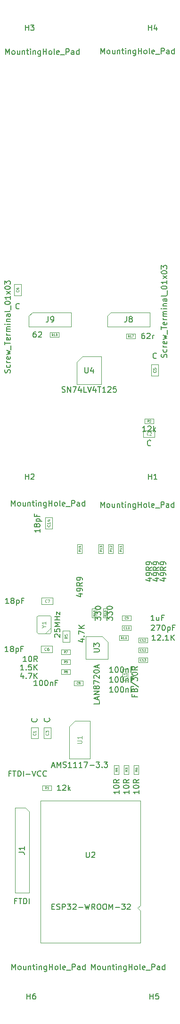
<source format=gbr>
%TF.GenerationSoftware,KiCad,Pcbnew,6.0.5-a6ca702e91~116~ubuntu20.04.1*%
%TF.CreationDate,2022-06-28T21:19:43+02:00*%
%TF.ProjectId,MCH-light,4d43482d-6c69-4676-9874-2e6b69636164,rev?*%
%TF.SameCoordinates,Original*%
%TF.FileFunction,AssemblyDrawing,Top*%
%FSLAX46Y46*%
G04 Gerber Fmt 4.6, Leading zero omitted, Abs format (unit mm)*
G04 Created by KiCad (PCBNEW 6.0.5-a6ca702e91~116~ubuntu20.04.1) date 2022-06-28 21:19:43*
%MOMM*%
%LPD*%
G01*
G04 APERTURE LIST*
%ADD10C,0.150000*%
%ADD11C,0.060000*%
%ADD12C,0.080000*%
%ADD13C,0.120000*%
%ADD14C,0.105000*%
%ADD15C,0.100000*%
G04 APERTURE END LIST*
D10*
%TO.C,R4*%
X135072380Y-158424476D02*
X135072380Y-158995904D01*
X135072380Y-158710190D02*
X134072380Y-158710190D01*
X134215238Y-158805428D01*
X134310476Y-158900666D01*
X134358095Y-158995904D01*
X134072380Y-157805428D02*
X134072380Y-157710190D01*
X134120000Y-157614952D01*
X134167619Y-157567333D01*
X134262857Y-157519714D01*
X134453333Y-157472095D01*
X134691428Y-157472095D01*
X134881904Y-157519714D01*
X134977142Y-157567333D01*
X135024761Y-157614952D01*
X135072380Y-157710190D01*
X135072380Y-157805428D01*
X135024761Y-157900666D01*
X134977142Y-157948285D01*
X134881904Y-157995904D01*
X134691428Y-158043523D01*
X134453333Y-158043523D01*
X134262857Y-157995904D01*
X134167619Y-157948285D01*
X134120000Y-157900666D01*
X134072380Y-157805428D01*
X135072380Y-156472095D02*
X134596190Y-156805428D01*
X135072380Y-157043523D02*
X134072380Y-157043523D01*
X134072380Y-156662571D01*
X134120000Y-156567333D01*
X134167619Y-156519714D01*
X134262857Y-156472095D01*
X134405714Y-156472095D01*
X134500952Y-156519714D01*
X134548571Y-156567333D01*
X134596190Y-156662571D01*
X134596190Y-157043523D01*
D11*
X134800952Y-154752666D02*
X134610476Y-154886000D01*
X134800952Y-154981238D02*
X134400952Y-154981238D01*
X134400952Y-154828857D01*
X134420000Y-154790761D01*
X134439047Y-154771714D01*
X134477142Y-154752666D01*
X134534285Y-154752666D01*
X134572380Y-154771714D01*
X134591428Y-154790761D01*
X134610476Y-154828857D01*
X134610476Y-154981238D01*
X134534285Y-154409809D02*
X134800952Y-154409809D01*
X134381904Y-154505047D02*
X134667619Y-154600285D01*
X134667619Y-154352666D01*
D10*
%TO.C,C6*%
X115160571Y-133548380D02*
X114589142Y-133548380D01*
X114874857Y-133548380D02*
X114874857Y-132548380D01*
X114779619Y-132691238D01*
X114684380Y-132786476D01*
X114589142Y-132834095D01*
X115732000Y-132976952D02*
X115636761Y-132929333D01*
X115589142Y-132881714D01*
X115541523Y-132786476D01*
X115541523Y-132738857D01*
X115589142Y-132643619D01*
X115636761Y-132596000D01*
X115732000Y-132548380D01*
X115922476Y-132548380D01*
X116017714Y-132596000D01*
X116065333Y-132643619D01*
X116112952Y-132738857D01*
X116112952Y-132786476D01*
X116065333Y-132881714D01*
X116017714Y-132929333D01*
X115922476Y-132976952D01*
X115732000Y-132976952D01*
X115636761Y-133024571D01*
X115589142Y-133072190D01*
X115541523Y-133167428D01*
X115541523Y-133357904D01*
X115589142Y-133453142D01*
X115636761Y-133500761D01*
X115732000Y-133548380D01*
X115922476Y-133548380D01*
X116017714Y-133500761D01*
X116065333Y-133453142D01*
X116112952Y-133357904D01*
X116112952Y-133167428D01*
X116065333Y-133072190D01*
X116017714Y-133024571D01*
X115922476Y-132976952D01*
X116541523Y-132881714D02*
X116541523Y-133881714D01*
X116541523Y-132929333D02*
X116636761Y-132881714D01*
X116827238Y-132881714D01*
X116922476Y-132929333D01*
X116970095Y-132976952D01*
X117017714Y-133072190D01*
X117017714Y-133357904D01*
X116970095Y-133453142D01*
X116922476Y-133500761D01*
X116827238Y-133548380D01*
X116636761Y-133548380D01*
X116541523Y-133500761D01*
X117779619Y-133024571D02*
X117446285Y-133024571D01*
X117446285Y-133548380D02*
X117446285Y-132548380D01*
X117922476Y-132548380D01*
D12*
X121990666Y-133274571D02*
X121966857Y-133298380D01*
X121895428Y-133322190D01*
X121847809Y-133322190D01*
X121776380Y-133298380D01*
X121728761Y-133250761D01*
X121704952Y-133203142D01*
X121681142Y-133107904D01*
X121681142Y-133036476D01*
X121704952Y-132941238D01*
X121728761Y-132893619D01*
X121776380Y-132846000D01*
X121847809Y-132822190D01*
X121895428Y-132822190D01*
X121966857Y-132846000D01*
X121990666Y-132869809D01*
X122419238Y-132822190D02*
X122324000Y-132822190D01*
X122276380Y-132846000D01*
X122252571Y-132869809D01*
X122204952Y-132941238D01*
X122181142Y-133036476D01*
X122181142Y-133226952D01*
X122204952Y-133274571D01*
X122228761Y-133298380D01*
X122276380Y-133322190D01*
X122371619Y-133322190D01*
X122419238Y-133298380D01*
X122443047Y-133274571D01*
X122466857Y-133226952D01*
X122466857Y-133107904D01*
X122443047Y-133060285D01*
X122419238Y-133036476D01*
X122371619Y-133012666D01*
X122276380Y-133012666D01*
X122228761Y-133036476D01*
X122204952Y-133060285D01*
X122181142Y-133107904D01*
D10*
%TO.C,C10*%
X140882952Y-128833619D02*
X140930571Y-128786000D01*
X141025809Y-128738380D01*
X141263904Y-128738380D01*
X141359142Y-128786000D01*
X141406761Y-128833619D01*
X141454380Y-128928857D01*
X141454380Y-129024095D01*
X141406761Y-129166952D01*
X140835333Y-129738380D01*
X141454380Y-129738380D01*
X141787714Y-128738380D02*
X142454380Y-128738380D01*
X142025809Y-129738380D01*
X143025809Y-128738380D02*
X143121047Y-128738380D01*
X143216285Y-128786000D01*
X143263904Y-128833619D01*
X143311523Y-128928857D01*
X143359142Y-129119333D01*
X143359142Y-129357428D01*
X143311523Y-129547904D01*
X143263904Y-129643142D01*
X143216285Y-129690761D01*
X143121047Y-129738380D01*
X143025809Y-129738380D01*
X142930571Y-129690761D01*
X142882952Y-129643142D01*
X142835333Y-129547904D01*
X142787714Y-129357428D01*
X142787714Y-129119333D01*
X142835333Y-128928857D01*
X142882952Y-128833619D01*
X142930571Y-128786000D01*
X143025809Y-128738380D01*
X143787714Y-129071714D02*
X143787714Y-130071714D01*
X143787714Y-129119333D02*
X143882952Y-129071714D01*
X144073428Y-129071714D01*
X144168666Y-129119333D01*
X144216285Y-129166952D01*
X144263904Y-129262190D01*
X144263904Y-129547904D01*
X144216285Y-129643142D01*
X144168666Y-129690761D01*
X144073428Y-129738380D01*
X143882952Y-129738380D01*
X143787714Y-129690761D01*
X145025809Y-129214571D02*
X144692476Y-129214571D01*
X144692476Y-129738380D02*
X144692476Y-128738380D01*
X145168666Y-128738380D01*
D11*
X136140857Y-129428857D02*
X136121809Y-129447904D01*
X136064666Y-129466952D01*
X136026571Y-129466952D01*
X135969428Y-129447904D01*
X135931333Y-129409809D01*
X135912285Y-129371714D01*
X135893238Y-129295523D01*
X135893238Y-129238380D01*
X135912285Y-129162190D01*
X135931333Y-129124095D01*
X135969428Y-129086000D01*
X136026571Y-129066952D01*
X136064666Y-129066952D01*
X136121809Y-129086000D01*
X136140857Y-129105047D01*
X136521809Y-129466952D02*
X136293238Y-129466952D01*
X136407523Y-129466952D02*
X136407523Y-129066952D01*
X136369428Y-129124095D01*
X136331333Y-129162190D01*
X136293238Y-129181238D01*
X136769428Y-129066952D02*
X136807523Y-129066952D01*
X136845619Y-129086000D01*
X136864666Y-129105047D01*
X136883714Y-129143142D01*
X136902761Y-129219333D01*
X136902761Y-129314571D01*
X136883714Y-129390761D01*
X136864666Y-129428857D01*
X136845619Y-129447904D01*
X136807523Y-129466952D01*
X136769428Y-129466952D01*
X136731333Y-129447904D01*
X136712285Y-129428857D01*
X136693238Y-129390761D01*
X136674190Y-129314571D01*
X136674190Y-129219333D01*
X136693238Y-129143142D01*
X136712285Y-129105047D01*
X136731333Y-129086000D01*
X136769428Y-129066952D01*
D10*
%TO.C,J1*%
X116650809Y-178237571D02*
X116317476Y-178237571D01*
X116317476Y-178761380D02*
X116317476Y-177761380D01*
X116793666Y-177761380D01*
X117031761Y-177761380D02*
X117603190Y-177761380D01*
X117317476Y-178761380D02*
X117317476Y-177761380D01*
X117936523Y-178761380D02*
X117936523Y-177761380D01*
X118174619Y-177761380D01*
X118317476Y-177809000D01*
X118412714Y-177904238D01*
X118460333Y-177999476D01*
X118507952Y-178189952D01*
X118507952Y-178332809D01*
X118460333Y-178523285D01*
X118412714Y-178618523D01*
X118317476Y-178713761D01*
X118174619Y-178761380D01*
X117936523Y-178761380D01*
X118936523Y-178761380D02*
X118936523Y-177761380D01*
X117079380Y-169522333D02*
X117793666Y-169522333D01*
X117936523Y-169569952D01*
X118031761Y-169665190D01*
X118079380Y-169808047D01*
X118079380Y-169903285D01*
X118079380Y-168522333D02*
X118079380Y-169093761D01*
X118079380Y-168808047D02*
X117079380Y-168808047D01*
X117222238Y-168903285D01*
X117317476Y-168998523D01*
X117365095Y-169093761D01*
%TO.C,C13*%
X133984380Y-140816380D02*
X133412952Y-140816380D01*
X133698666Y-140816380D02*
X133698666Y-139816380D01*
X133603428Y-139959238D01*
X133508190Y-140054476D01*
X133412952Y-140102095D01*
X134603428Y-139816380D02*
X134698666Y-139816380D01*
X134793904Y-139864000D01*
X134841523Y-139911619D01*
X134889142Y-140006857D01*
X134936761Y-140197333D01*
X134936761Y-140435428D01*
X134889142Y-140625904D01*
X134841523Y-140721142D01*
X134793904Y-140768761D01*
X134698666Y-140816380D01*
X134603428Y-140816380D01*
X134508190Y-140768761D01*
X134460571Y-140721142D01*
X134412952Y-140625904D01*
X134365333Y-140435428D01*
X134365333Y-140197333D01*
X134412952Y-140006857D01*
X134460571Y-139911619D01*
X134508190Y-139864000D01*
X134603428Y-139816380D01*
X135555809Y-139816380D02*
X135651047Y-139816380D01*
X135746285Y-139864000D01*
X135793904Y-139911619D01*
X135841523Y-140006857D01*
X135889142Y-140197333D01*
X135889142Y-140435428D01*
X135841523Y-140625904D01*
X135793904Y-140721142D01*
X135746285Y-140768761D01*
X135651047Y-140816380D01*
X135555809Y-140816380D01*
X135460571Y-140768761D01*
X135412952Y-140721142D01*
X135365333Y-140625904D01*
X135317714Y-140435428D01*
X135317714Y-140197333D01*
X135365333Y-140006857D01*
X135412952Y-139911619D01*
X135460571Y-139864000D01*
X135555809Y-139816380D01*
X136317714Y-140149714D02*
X136317714Y-140816380D01*
X136317714Y-140244952D02*
X136365333Y-140197333D01*
X136460571Y-140149714D01*
X136603428Y-140149714D01*
X136698666Y-140197333D01*
X136746285Y-140292571D01*
X136746285Y-140816380D01*
X137555809Y-140292571D02*
X137222476Y-140292571D01*
X137222476Y-140816380D02*
X137222476Y-139816380D01*
X137698666Y-139816380D01*
D11*
X139084857Y-135172857D02*
X139065809Y-135191904D01*
X139008666Y-135210952D01*
X138970571Y-135210952D01*
X138913428Y-135191904D01*
X138875333Y-135153809D01*
X138856285Y-135115714D01*
X138837238Y-135039523D01*
X138837238Y-134982380D01*
X138856285Y-134906190D01*
X138875333Y-134868095D01*
X138913428Y-134830000D01*
X138970571Y-134810952D01*
X139008666Y-134810952D01*
X139065809Y-134830000D01*
X139084857Y-134849047D01*
X139465809Y-135210952D02*
X139237238Y-135210952D01*
X139351523Y-135210952D02*
X139351523Y-134810952D01*
X139313428Y-134868095D01*
X139275333Y-134906190D01*
X139237238Y-134925238D01*
X139599142Y-134810952D02*
X139846761Y-134810952D01*
X139713428Y-134963333D01*
X139770571Y-134963333D01*
X139808666Y-134982380D01*
X139827714Y-135001428D01*
X139846761Y-135039523D01*
X139846761Y-135134761D01*
X139827714Y-135172857D01*
X139808666Y-135191904D01*
X139770571Y-135210952D01*
X139656285Y-135210952D01*
X139618190Y-135191904D01*
X139599142Y-135172857D01*
D10*
%TO.C,C4*%
X117149523Y-71985142D02*
X117101904Y-72032761D01*
X116959047Y-72080380D01*
X116863809Y-72080380D01*
X116720952Y-72032761D01*
X116625714Y-71937523D01*
X116578095Y-71842285D01*
X116530476Y-71651809D01*
X116530476Y-71508952D01*
X116578095Y-71318476D01*
X116625714Y-71223238D01*
X116720952Y-71128000D01*
X116863809Y-71080380D01*
X116959047Y-71080380D01*
X117101904Y-71128000D01*
X117149523Y-71175619D01*
D12*
X117018571Y-68729333D02*
X117042380Y-68753142D01*
X117066190Y-68824571D01*
X117066190Y-68872190D01*
X117042380Y-68943619D01*
X116994761Y-68991238D01*
X116947142Y-69015047D01*
X116851904Y-69038857D01*
X116780476Y-69038857D01*
X116685238Y-69015047D01*
X116637619Y-68991238D01*
X116590000Y-68943619D01*
X116566190Y-68872190D01*
X116566190Y-68824571D01*
X116590000Y-68753142D01*
X116613809Y-68729333D01*
X116732857Y-68300761D02*
X117066190Y-68300761D01*
X116542380Y-68419809D02*
X116899523Y-68538857D01*
X116899523Y-68229333D01*
D10*
%TO.C,C7*%
X115260571Y-124912380D02*
X114689142Y-124912380D01*
X114974857Y-124912380D02*
X114974857Y-123912380D01*
X114879619Y-124055238D01*
X114784380Y-124150476D01*
X114689142Y-124198095D01*
X115832000Y-124340952D02*
X115736761Y-124293333D01*
X115689142Y-124245714D01*
X115641523Y-124150476D01*
X115641523Y-124102857D01*
X115689142Y-124007619D01*
X115736761Y-123960000D01*
X115832000Y-123912380D01*
X116022476Y-123912380D01*
X116117714Y-123960000D01*
X116165333Y-124007619D01*
X116212952Y-124102857D01*
X116212952Y-124150476D01*
X116165333Y-124245714D01*
X116117714Y-124293333D01*
X116022476Y-124340952D01*
X115832000Y-124340952D01*
X115736761Y-124388571D01*
X115689142Y-124436190D01*
X115641523Y-124531428D01*
X115641523Y-124721904D01*
X115689142Y-124817142D01*
X115736761Y-124864761D01*
X115832000Y-124912380D01*
X116022476Y-124912380D01*
X116117714Y-124864761D01*
X116165333Y-124817142D01*
X116212952Y-124721904D01*
X116212952Y-124531428D01*
X116165333Y-124436190D01*
X116117714Y-124388571D01*
X116022476Y-124340952D01*
X116641523Y-124245714D02*
X116641523Y-125245714D01*
X116641523Y-124293333D02*
X116736761Y-124245714D01*
X116927238Y-124245714D01*
X117022476Y-124293333D01*
X117070095Y-124340952D01*
X117117714Y-124436190D01*
X117117714Y-124721904D01*
X117070095Y-124817142D01*
X117022476Y-124864761D01*
X116927238Y-124912380D01*
X116736761Y-124912380D01*
X116641523Y-124864761D01*
X117879619Y-124388571D02*
X117546285Y-124388571D01*
X117546285Y-124912380D02*
X117546285Y-123912380D01*
X118022476Y-123912380D01*
D12*
X122090666Y-124638571D02*
X122066857Y-124662380D01*
X121995428Y-124686190D01*
X121947809Y-124686190D01*
X121876380Y-124662380D01*
X121828761Y-124614761D01*
X121804952Y-124567142D01*
X121781142Y-124471904D01*
X121781142Y-124400476D01*
X121804952Y-124305238D01*
X121828761Y-124257619D01*
X121876380Y-124210000D01*
X121947809Y-124186190D01*
X121995428Y-124186190D01*
X122066857Y-124210000D01*
X122090666Y-124233809D01*
X122257333Y-124186190D02*
X122590666Y-124186190D01*
X122376380Y-124686190D01*
D10*
%TO.C,R1*%
X124563761Y-158440380D02*
X123992333Y-158440380D01*
X124278047Y-158440380D02*
X124278047Y-157440380D01*
X124182809Y-157583238D01*
X124087571Y-157678476D01*
X123992333Y-157726095D01*
X124944714Y-157535619D02*
X124992333Y-157488000D01*
X125087571Y-157440380D01*
X125325666Y-157440380D01*
X125420904Y-157488000D01*
X125468523Y-157535619D01*
X125516142Y-157630857D01*
X125516142Y-157726095D01*
X125468523Y-157868952D01*
X124897095Y-158440380D01*
X125516142Y-158440380D01*
X125944714Y-158440380D02*
X125944714Y-157440380D01*
X126039952Y-158059428D02*
X126325666Y-158440380D01*
X126325666Y-157773714D02*
X125944714Y-158154666D01*
D11*
X122044333Y-158168952D02*
X121911000Y-157978476D01*
X121815761Y-158168952D02*
X121815761Y-157768952D01*
X121968142Y-157768952D01*
X122006238Y-157788000D01*
X122025285Y-157807047D01*
X122044333Y-157845142D01*
X122044333Y-157902285D01*
X122025285Y-157940380D01*
X122006238Y-157959428D01*
X121968142Y-157978476D01*
X121815761Y-157978476D01*
X122425285Y-158168952D02*
X122196714Y-158168952D01*
X122311000Y-158168952D02*
X122311000Y-157768952D01*
X122272904Y-157826095D01*
X122234809Y-157864190D01*
X122196714Y-157883238D01*
D10*
%TO.C,C5*%
X141787523Y-80875142D02*
X141739904Y-80922761D01*
X141597047Y-80970380D01*
X141501809Y-80970380D01*
X141358952Y-80922761D01*
X141263714Y-80827523D01*
X141216095Y-80732285D01*
X141168476Y-80541809D01*
X141168476Y-80398952D01*
X141216095Y-80208476D01*
X141263714Y-80113238D01*
X141358952Y-80018000D01*
X141501809Y-79970380D01*
X141597047Y-79970380D01*
X141739904Y-80018000D01*
X141787523Y-80065619D01*
D12*
X141656571Y-83141333D02*
X141680380Y-83165142D01*
X141704190Y-83236571D01*
X141704190Y-83284190D01*
X141680380Y-83355619D01*
X141632761Y-83403238D01*
X141585142Y-83427047D01*
X141489904Y-83450857D01*
X141418476Y-83450857D01*
X141323238Y-83427047D01*
X141275619Y-83403238D01*
X141228000Y-83355619D01*
X141204190Y-83284190D01*
X141204190Y-83236571D01*
X141228000Y-83165142D01*
X141251809Y-83141333D01*
X141204190Y-82688952D02*
X141204190Y-82927047D01*
X141442285Y-82950857D01*
X141418476Y-82927047D01*
X141394666Y-82879428D01*
X141394666Y-82760380D01*
X141418476Y-82712761D01*
X141442285Y-82688952D01*
X141489904Y-82665142D01*
X141608952Y-82665142D01*
X141656571Y-82688952D01*
X141680380Y-82712761D01*
X141704190Y-82760380D01*
X141704190Y-82879428D01*
X141680380Y-82927047D01*
X141656571Y-82950857D01*
D10*
%TO.C,R3*%
X136850380Y-158424476D02*
X136850380Y-158995904D01*
X136850380Y-158710190D02*
X135850380Y-158710190D01*
X135993238Y-158805428D01*
X136088476Y-158900666D01*
X136136095Y-158995904D01*
X135850380Y-157805428D02*
X135850380Y-157710190D01*
X135898000Y-157614952D01*
X135945619Y-157567333D01*
X136040857Y-157519714D01*
X136231333Y-157472095D01*
X136469428Y-157472095D01*
X136659904Y-157519714D01*
X136755142Y-157567333D01*
X136802761Y-157614952D01*
X136850380Y-157710190D01*
X136850380Y-157805428D01*
X136802761Y-157900666D01*
X136755142Y-157948285D01*
X136659904Y-157995904D01*
X136469428Y-158043523D01*
X136231333Y-158043523D01*
X136040857Y-157995904D01*
X135945619Y-157948285D01*
X135898000Y-157900666D01*
X135850380Y-157805428D01*
X136850380Y-156472095D02*
X136374190Y-156805428D01*
X136850380Y-157043523D02*
X135850380Y-157043523D01*
X135850380Y-156662571D01*
X135898000Y-156567333D01*
X135945619Y-156519714D01*
X136040857Y-156472095D01*
X136183714Y-156472095D01*
X136278952Y-156519714D01*
X136326571Y-156567333D01*
X136374190Y-156662571D01*
X136374190Y-157043523D01*
D11*
X136578952Y-154752666D02*
X136388476Y-154886000D01*
X136578952Y-154981238D02*
X136178952Y-154981238D01*
X136178952Y-154828857D01*
X136198000Y-154790761D01*
X136217047Y-154771714D01*
X136255142Y-154752666D01*
X136312285Y-154752666D01*
X136350380Y-154771714D01*
X136369428Y-154790761D01*
X136388476Y-154828857D01*
X136388476Y-154981238D01*
X136178952Y-154619333D02*
X136178952Y-154371714D01*
X136331333Y-154505047D01*
X136331333Y-154447904D01*
X136350380Y-154409809D01*
X136369428Y-154390761D01*
X136407523Y-154371714D01*
X136502761Y-154371714D01*
X136540857Y-154390761D01*
X136559904Y-154409809D01*
X136578952Y-154447904D01*
X136578952Y-154562190D01*
X136559904Y-154600285D01*
X136540857Y-154619333D01*
D10*
%TO.C,H1*%
X131790571Y-107668380D02*
X131790571Y-106668380D01*
X132123904Y-107382666D01*
X132457238Y-106668380D01*
X132457238Y-107668380D01*
X133076285Y-107668380D02*
X132981047Y-107620761D01*
X132933428Y-107573142D01*
X132885809Y-107477904D01*
X132885809Y-107192190D01*
X132933428Y-107096952D01*
X132981047Y-107049333D01*
X133076285Y-107001714D01*
X133219142Y-107001714D01*
X133314380Y-107049333D01*
X133362000Y-107096952D01*
X133409619Y-107192190D01*
X133409619Y-107477904D01*
X133362000Y-107573142D01*
X133314380Y-107620761D01*
X133219142Y-107668380D01*
X133076285Y-107668380D01*
X134266761Y-107001714D02*
X134266761Y-107668380D01*
X133838190Y-107001714D02*
X133838190Y-107525523D01*
X133885809Y-107620761D01*
X133981047Y-107668380D01*
X134123904Y-107668380D01*
X134219142Y-107620761D01*
X134266761Y-107573142D01*
X134742952Y-107001714D02*
X134742952Y-107668380D01*
X134742952Y-107096952D02*
X134790571Y-107049333D01*
X134885809Y-107001714D01*
X135028666Y-107001714D01*
X135123904Y-107049333D01*
X135171523Y-107144571D01*
X135171523Y-107668380D01*
X135504857Y-107001714D02*
X135885809Y-107001714D01*
X135647714Y-106668380D02*
X135647714Y-107525523D01*
X135695333Y-107620761D01*
X135790571Y-107668380D01*
X135885809Y-107668380D01*
X136219142Y-107668380D02*
X136219142Y-107001714D01*
X136219142Y-106668380D02*
X136171523Y-106716000D01*
X136219142Y-106763619D01*
X136266761Y-106716000D01*
X136219142Y-106668380D01*
X136219142Y-106763619D01*
X136695333Y-107001714D02*
X136695333Y-107668380D01*
X136695333Y-107096952D02*
X136742952Y-107049333D01*
X136838190Y-107001714D01*
X136981047Y-107001714D01*
X137076285Y-107049333D01*
X137123904Y-107144571D01*
X137123904Y-107668380D01*
X138028666Y-107001714D02*
X138028666Y-107811238D01*
X137981047Y-107906476D01*
X137933428Y-107954095D01*
X137838190Y-108001714D01*
X137695333Y-108001714D01*
X137600095Y-107954095D01*
X138028666Y-107620761D02*
X137933428Y-107668380D01*
X137742952Y-107668380D01*
X137647714Y-107620761D01*
X137600095Y-107573142D01*
X137552476Y-107477904D01*
X137552476Y-107192190D01*
X137600095Y-107096952D01*
X137647714Y-107049333D01*
X137742952Y-107001714D01*
X137933428Y-107001714D01*
X138028666Y-107049333D01*
X138504857Y-107668380D02*
X138504857Y-106668380D01*
X138504857Y-107144571D02*
X139076285Y-107144571D01*
X139076285Y-107668380D02*
X139076285Y-106668380D01*
X139695333Y-107668380D02*
X139600095Y-107620761D01*
X139552476Y-107573142D01*
X139504857Y-107477904D01*
X139504857Y-107192190D01*
X139552476Y-107096952D01*
X139600095Y-107049333D01*
X139695333Y-107001714D01*
X139838190Y-107001714D01*
X139933428Y-107049333D01*
X139981047Y-107096952D01*
X140028666Y-107192190D01*
X140028666Y-107477904D01*
X139981047Y-107573142D01*
X139933428Y-107620761D01*
X139838190Y-107668380D01*
X139695333Y-107668380D01*
X140600095Y-107668380D02*
X140504857Y-107620761D01*
X140457238Y-107525523D01*
X140457238Y-106668380D01*
X141362000Y-107620761D02*
X141266761Y-107668380D01*
X141076285Y-107668380D01*
X140981047Y-107620761D01*
X140933428Y-107525523D01*
X140933428Y-107144571D01*
X140981047Y-107049333D01*
X141076285Y-107001714D01*
X141266761Y-107001714D01*
X141362000Y-107049333D01*
X141409619Y-107144571D01*
X141409619Y-107239809D01*
X140933428Y-107335047D01*
X141600095Y-107763619D02*
X142362000Y-107763619D01*
X142600095Y-107668380D02*
X142600095Y-106668380D01*
X142981047Y-106668380D01*
X143076285Y-106716000D01*
X143123904Y-106763619D01*
X143171523Y-106858857D01*
X143171523Y-107001714D01*
X143123904Y-107096952D01*
X143076285Y-107144571D01*
X142981047Y-107192190D01*
X142600095Y-107192190D01*
X144028666Y-107668380D02*
X144028666Y-107144571D01*
X143981047Y-107049333D01*
X143885809Y-107001714D01*
X143695333Y-107001714D01*
X143600095Y-107049333D01*
X144028666Y-107620761D02*
X143933428Y-107668380D01*
X143695333Y-107668380D01*
X143600095Y-107620761D01*
X143552476Y-107525523D01*
X143552476Y-107430285D01*
X143600095Y-107335047D01*
X143695333Y-107287428D01*
X143933428Y-107287428D01*
X144028666Y-107239809D01*
X144933428Y-107668380D02*
X144933428Y-106668380D01*
X144933428Y-107620761D02*
X144838190Y-107668380D01*
X144647714Y-107668380D01*
X144552476Y-107620761D01*
X144504857Y-107573142D01*
X144457238Y-107477904D01*
X144457238Y-107192190D01*
X144504857Y-107096952D01*
X144552476Y-107049333D01*
X144647714Y-107001714D01*
X144838190Y-107001714D01*
X144933428Y-107049333D01*
X140342095Y-102649397D02*
X140342095Y-101649397D01*
X140342095Y-102125588D02*
X140913523Y-102125588D01*
X140913523Y-102649397D02*
X140913523Y-101649397D01*
X141913523Y-102649397D02*
X141342095Y-102649397D01*
X141627809Y-102649397D02*
X141627809Y-101649397D01*
X141532571Y-101792255D01*
X141437333Y-101887493D01*
X141342095Y-101935112D01*
%TO.C,J8*%
X143616761Y-80752095D02*
X143664380Y-80609238D01*
X143664380Y-80371142D01*
X143616761Y-80275904D01*
X143569142Y-80228285D01*
X143473904Y-80180666D01*
X143378666Y-80180666D01*
X143283428Y-80228285D01*
X143235809Y-80275904D01*
X143188190Y-80371142D01*
X143140571Y-80561619D01*
X143092952Y-80656857D01*
X143045333Y-80704476D01*
X142950095Y-80752095D01*
X142854857Y-80752095D01*
X142759619Y-80704476D01*
X142712000Y-80656857D01*
X142664380Y-80561619D01*
X142664380Y-80323523D01*
X142712000Y-80180666D01*
X143616761Y-79323523D02*
X143664380Y-79418761D01*
X143664380Y-79609238D01*
X143616761Y-79704476D01*
X143569142Y-79752095D01*
X143473904Y-79799714D01*
X143188190Y-79799714D01*
X143092952Y-79752095D01*
X143045333Y-79704476D01*
X142997714Y-79609238D01*
X142997714Y-79418761D01*
X143045333Y-79323523D01*
X143664380Y-78894952D02*
X142997714Y-78894952D01*
X143188190Y-78894952D02*
X143092952Y-78847333D01*
X143045333Y-78799714D01*
X142997714Y-78704476D01*
X142997714Y-78609238D01*
X143616761Y-77894952D02*
X143664380Y-77990190D01*
X143664380Y-78180666D01*
X143616761Y-78275904D01*
X143521523Y-78323523D01*
X143140571Y-78323523D01*
X143045333Y-78275904D01*
X142997714Y-78180666D01*
X142997714Y-77990190D01*
X143045333Y-77894952D01*
X143140571Y-77847333D01*
X143235809Y-77847333D01*
X143331047Y-78323523D01*
X142997714Y-77514000D02*
X143664380Y-77323523D01*
X143188190Y-77133047D01*
X143664380Y-76942571D01*
X142997714Y-76752095D01*
X143759619Y-76609238D02*
X143759619Y-75847333D01*
X142664380Y-75752095D02*
X142664380Y-75180666D01*
X143664380Y-75466380D02*
X142664380Y-75466380D01*
X143616761Y-74466380D02*
X143664380Y-74561619D01*
X143664380Y-74752095D01*
X143616761Y-74847333D01*
X143521523Y-74894952D01*
X143140571Y-74894952D01*
X143045333Y-74847333D01*
X142997714Y-74752095D01*
X142997714Y-74561619D01*
X143045333Y-74466380D01*
X143140571Y-74418761D01*
X143235809Y-74418761D01*
X143331047Y-74894952D01*
X143664380Y-73990190D02*
X142997714Y-73990190D01*
X143188190Y-73990190D02*
X143092952Y-73942571D01*
X143045333Y-73894952D01*
X142997714Y-73799714D01*
X142997714Y-73704476D01*
X143664380Y-73371142D02*
X142997714Y-73371142D01*
X143092952Y-73371142D02*
X143045333Y-73323523D01*
X142997714Y-73228285D01*
X142997714Y-73085428D01*
X143045333Y-72990190D01*
X143140571Y-72942571D01*
X143664380Y-72942571D01*
X143140571Y-72942571D02*
X143045333Y-72894952D01*
X142997714Y-72799714D01*
X142997714Y-72656857D01*
X143045333Y-72561619D01*
X143140571Y-72514000D01*
X143664380Y-72514000D01*
X143664380Y-72037809D02*
X142997714Y-72037809D01*
X142664380Y-72037809D02*
X142712000Y-72085428D01*
X142759619Y-72037809D01*
X142712000Y-71990190D01*
X142664380Y-72037809D01*
X142759619Y-72037809D01*
X142997714Y-71561619D02*
X143664380Y-71561619D01*
X143092952Y-71561619D02*
X143045333Y-71514000D01*
X142997714Y-71418761D01*
X142997714Y-71275904D01*
X143045333Y-71180666D01*
X143140571Y-71133047D01*
X143664380Y-71133047D01*
X143664380Y-70228285D02*
X143140571Y-70228285D01*
X143045333Y-70275904D01*
X142997714Y-70371142D01*
X142997714Y-70561619D01*
X143045333Y-70656857D01*
X143616761Y-70228285D02*
X143664380Y-70323523D01*
X143664380Y-70561619D01*
X143616761Y-70656857D01*
X143521523Y-70704476D01*
X143426285Y-70704476D01*
X143331047Y-70656857D01*
X143283428Y-70561619D01*
X143283428Y-70323523D01*
X143235809Y-70228285D01*
X143664380Y-69609238D02*
X143616761Y-69704476D01*
X143521523Y-69752095D01*
X142664380Y-69752095D01*
X143759619Y-69466380D02*
X143759619Y-68704476D01*
X142664380Y-68275904D02*
X142664380Y-68180666D01*
X142712000Y-68085428D01*
X142759619Y-68037809D01*
X142854857Y-67990190D01*
X143045333Y-67942571D01*
X143283428Y-67942571D01*
X143473904Y-67990190D01*
X143569142Y-68037809D01*
X143616761Y-68085428D01*
X143664380Y-68180666D01*
X143664380Y-68275904D01*
X143616761Y-68371142D01*
X143569142Y-68418761D01*
X143473904Y-68466380D01*
X143283428Y-68514000D01*
X143045333Y-68514000D01*
X142854857Y-68466380D01*
X142759619Y-68418761D01*
X142712000Y-68371142D01*
X142664380Y-68275904D01*
X143664380Y-66990190D02*
X143664380Y-67561619D01*
X143664380Y-67275904D02*
X142664380Y-67275904D01*
X142807238Y-67371142D01*
X142902476Y-67466380D01*
X142950095Y-67561619D01*
X143664380Y-66656857D02*
X142997714Y-66133047D01*
X142997714Y-66656857D02*
X143664380Y-66133047D01*
X142664380Y-65561619D02*
X142664380Y-65466380D01*
X142712000Y-65371142D01*
X142759619Y-65323523D01*
X142854857Y-65275904D01*
X143045333Y-65228285D01*
X143283428Y-65228285D01*
X143473904Y-65275904D01*
X143569142Y-65323523D01*
X143616761Y-65371142D01*
X143664380Y-65466380D01*
X143664380Y-65561619D01*
X143616761Y-65656857D01*
X143569142Y-65704476D01*
X143473904Y-65752095D01*
X143283428Y-65799714D01*
X143045333Y-65799714D01*
X142854857Y-65752095D01*
X142759619Y-65704476D01*
X142712000Y-65656857D01*
X142664380Y-65561619D01*
X142664380Y-64894952D02*
X142664380Y-64275904D01*
X143045333Y-64609238D01*
X143045333Y-64466380D01*
X143092952Y-64371142D01*
X143140571Y-64323523D01*
X143235809Y-64275904D01*
X143473904Y-64275904D01*
X143569142Y-64323523D01*
X143616761Y-64371142D01*
X143664380Y-64466380D01*
X143664380Y-64752095D01*
X143616761Y-64847333D01*
X143569142Y-64894952D01*
X136444486Y-73430397D02*
X136444486Y-74144683D01*
X136396867Y-74287540D01*
X136301629Y-74382778D01*
X136158772Y-74430397D01*
X136063534Y-74430397D01*
X137063534Y-73858969D02*
X136968296Y-73811350D01*
X136920677Y-73763731D01*
X136873058Y-73668493D01*
X136873058Y-73620874D01*
X136920677Y-73525636D01*
X136968296Y-73478017D01*
X137063534Y-73430397D01*
X137254010Y-73430397D01*
X137349248Y-73478017D01*
X137396867Y-73525636D01*
X137444486Y-73620874D01*
X137444486Y-73668493D01*
X137396867Y-73763731D01*
X137349248Y-73811350D01*
X137254010Y-73858969D01*
X137063534Y-73858969D01*
X136968296Y-73906588D01*
X136920677Y-73954207D01*
X136873058Y-74049445D01*
X136873058Y-74239921D01*
X136920677Y-74335159D01*
X136968296Y-74382778D01*
X137063534Y-74430397D01*
X137254010Y-74430397D01*
X137349248Y-74382778D01*
X137396867Y-74335159D01*
X137444486Y-74239921D01*
X137444486Y-74049445D01*
X137396867Y-73954207D01*
X137349248Y-73906588D01*
X137254010Y-73858969D01*
%TO.C,R6*%
X138628380Y-158424476D02*
X138628380Y-158995904D01*
X138628380Y-158710190D02*
X137628380Y-158710190D01*
X137771238Y-158805428D01*
X137866476Y-158900666D01*
X137914095Y-158995904D01*
X137628380Y-157805428D02*
X137628380Y-157710190D01*
X137676000Y-157614952D01*
X137723619Y-157567333D01*
X137818857Y-157519714D01*
X138009333Y-157472095D01*
X138247428Y-157472095D01*
X138437904Y-157519714D01*
X138533142Y-157567333D01*
X138580761Y-157614952D01*
X138628380Y-157710190D01*
X138628380Y-157805428D01*
X138580761Y-157900666D01*
X138533142Y-157948285D01*
X138437904Y-157995904D01*
X138247428Y-158043523D01*
X138009333Y-158043523D01*
X137818857Y-157995904D01*
X137723619Y-157948285D01*
X137676000Y-157900666D01*
X137628380Y-157805428D01*
X138628380Y-156472095D02*
X138152190Y-156805428D01*
X138628380Y-157043523D02*
X137628380Y-157043523D01*
X137628380Y-156662571D01*
X137676000Y-156567333D01*
X137723619Y-156519714D01*
X137818857Y-156472095D01*
X137961714Y-156472095D01*
X138056952Y-156519714D01*
X138104571Y-156567333D01*
X138152190Y-156662571D01*
X138152190Y-157043523D01*
D11*
X138356952Y-154752666D02*
X138166476Y-154886000D01*
X138356952Y-154981238D02*
X137956952Y-154981238D01*
X137956952Y-154828857D01*
X137976000Y-154790761D01*
X137995047Y-154771714D01*
X138033142Y-154752666D01*
X138090285Y-154752666D01*
X138128380Y-154771714D01*
X138147428Y-154790761D01*
X138166476Y-154828857D01*
X138166476Y-154981238D01*
X137956952Y-154409809D02*
X137956952Y-154486000D01*
X137976000Y-154524095D01*
X137995047Y-154543142D01*
X138052190Y-154581238D01*
X138128380Y-154600285D01*
X138280761Y-154600285D01*
X138318857Y-154581238D01*
X138337904Y-154562190D01*
X138356952Y-154524095D01*
X138356952Y-154447904D01*
X138337904Y-154409809D01*
X138318857Y-154390761D01*
X138280761Y-154371714D01*
X138185523Y-154371714D01*
X138147428Y-154390761D01*
X138128380Y-154409809D01*
X138109333Y-154447904D01*
X138109333Y-154524095D01*
X138128380Y-154562190D01*
X138147428Y-154581238D01*
X138185523Y-154600285D01*
D10*
%TO.C,C14*%
X120848380Y-111561428D02*
X120848380Y-112132857D01*
X120848380Y-111847142D02*
X119848380Y-111847142D01*
X119991238Y-111942380D01*
X120086476Y-112037619D01*
X120134095Y-112132857D01*
X120276952Y-110990000D02*
X120229333Y-111085238D01*
X120181714Y-111132857D01*
X120086476Y-111180476D01*
X120038857Y-111180476D01*
X119943619Y-111132857D01*
X119896000Y-111085238D01*
X119848380Y-110990000D01*
X119848380Y-110799523D01*
X119896000Y-110704285D01*
X119943619Y-110656666D01*
X120038857Y-110609047D01*
X120086476Y-110609047D01*
X120181714Y-110656666D01*
X120229333Y-110704285D01*
X120276952Y-110799523D01*
X120276952Y-110990000D01*
X120324571Y-111085238D01*
X120372190Y-111132857D01*
X120467428Y-111180476D01*
X120657904Y-111180476D01*
X120753142Y-111132857D01*
X120800761Y-111085238D01*
X120848380Y-110990000D01*
X120848380Y-110799523D01*
X120800761Y-110704285D01*
X120753142Y-110656666D01*
X120657904Y-110609047D01*
X120467428Y-110609047D01*
X120372190Y-110656666D01*
X120324571Y-110704285D01*
X120276952Y-110799523D01*
X120181714Y-110180476D02*
X121181714Y-110180476D01*
X120229333Y-110180476D02*
X120181714Y-110085238D01*
X120181714Y-109894761D01*
X120229333Y-109799523D01*
X120276952Y-109751904D01*
X120372190Y-109704285D01*
X120657904Y-109704285D01*
X120753142Y-109751904D01*
X120800761Y-109799523D01*
X120848380Y-109894761D01*
X120848380Y-110085238D01*
X120800761Y-110180476D01*
X120324571Y-108942380D02*
X120324571Y-109275714D01*
X120848380Y-109275714D02*
X119848380Y-109275714D01*
X119848380Y-108799523D01*
D12*
X122606571Y-110811428D02*
X122630380Y-110835238D01*
X122654190Y-110906666D01*
X122654190Y-110954285D01*
X122630380Y-111025714D01*
X122582761Y-111073333D01*
X122535142Y-111097142D01*
X122439904Y-111120952D01*
X122368476Y-111120952D01*
X122273238Y-111097142D01*
X122225619Y-111073333D01*
X122178000Y-111025714D01*
X122154190Y-110954285D01*
X122154190Y-110906666D01*
X122178000Y-110835238D01*
X122201809Y-110811428D01*
X122654190Y-110335238D02*
X122654190Y-110620952D01*
X122654190Y-110478095D02*
X122154190Y-110478095D01*
X122225619Y-110525714D01*
X122273238Y-110573333D01*
X122297047Y-110620952D01*
X122320857Y-109906666D02*
X122654190Y-109906666D01*
X122130380Y-110025714D02*
X122487523Y-110144761D01*
X122487523Y-109835238D01*
D10*
%TO.C,JP1*%
X115594190Y-155376571D02*
X115260857Y-155376571D01*
X115260857Y-155900380D02*
X115260857Y-154900380D01*
X115737047Y-154900380D01*
X115975142Y-154900380D02*
X116546571Y-154900380D01*
X116260857Y-155900380D02*
X116260857Y-154900380D01*
X116879904Y-155900380D02*
X116879904Y-154900380D01*
X117118000Y-154900380D01*
X117260857Y-154948000D01*
X117356095Y-155043238D01*
X117403714Y-155138476D01*
X117451333Y-155328952D01*
X117451333Y-155471809D01*
X117403714Y-155662285D01*
X117356095Y-155757523D01*
X117260857Y-155852761D01*
X117118000Y-155900380D01*
X116879904Y-155900380D01*
X117879904Y-155900380D02*
X117879904Y-154900380D01*
X118356095Y-155519428D02*
X119118000Y-155519428D01*
X119451333Y-154900380D02*
X119784666Y-155900380D01*
X120118000Y-154900380D01*
X121022761Y-155805142D02*
X120975142Y-155852761D01*
X120832285Y-155900380D01*
X120737047Y-155900380D01*
X120594190Y-155852761D01*
X120498952Y-155757523D01*
X120451333Y-155662285D01*
X120403714Y-155471809D01*
X120403714Y-155328952D01*
X120451333Y-155138476D01*
X120498952Y-155043238D01*
X120594190Y-154948000D01*
X120737047Y-154900380D01*
X120832285Y-154900380D01*
X120975142Y-154948000D01*
X121022761Y-154995619D01*
X122022761Y-155805142D02*
X121975142Y-155852761D01*
X121832285Y-155900380D01*
X121737047Y-155900380D01*
X121594190Y-155852761D01*
X121498952Y-155757523D01*
X121451333Y-155662285D01*
X121403714Y-155471809D01*
X121403714Y-155328952D01*
X121451333Y-155138476D01*
X121498952Y-155043238D01*
X121594190Y-154948000D01*
X121737047Y-154900380D01*
X121832285Y-154900380D01*
X121975142Y-154948000D01*
X122022761Y-154995619D01*
%TO.C,U3*%
X131516380Y-142422190D02*
X131516380Y-142898380D01*
X130516380Y-142898380D01*
X131230666Y-142136476D02*
X131230666Y-141660285D01*
X131516380Y-142231714D02*
X130516380Y-141898380D01*
X131516380Y-141565047D01*
X131516380Y-141231714D02*
X130516380Y-141231714D01*
X131516380Y-140660285D01*
X130516380Y-140660285D01*
X130944952Y-140041238D02*
X130897333Y-140136476D01*
X130849714Y-140184095D01*
X130754476Y-140231714D01*
X130706857Y-140231714D01*
X130611619Y-140184095D01*
X130564000Y-140136476D01*
X130516380Y-140041238D01*
X130516380Y-139850761D01*
X130564000Y-139755523D01*
X130611619Y-139707904D01*
X130706857Y-139660285D01*
X130754476Y-139660285D01*
X130849714Y-139707904D01*
X130897333Y-139755523D01*
X130944952Y-139850761D01*
X130944952Y-140041238D01*
X130992571Y-140136476D01*
X131040190Y-140184095D01*
X131135428Y-140231714D01*
X131325904Y-140231714D01*
X131421142Y-140184095D01*
X131468761Y-140136476D01*
X131516380Y-140041238D01*
X131516380Y-139850761D01*
X131468761Y-139755523D01*
X131421142Y-139707904D01*
X131325904Y-139660285D01*
X131135428Y-139660285D01*
X131040190Y-139707904D01*
X130992571Y-139755523D01*
X130944952Y-139850761D01*
X130516380Y-139326952D02*
X130516380Y-138660285D01*
X131516380Y-139088857D01*
X130611619Y-138326952D02*
X130564000Y-138279333D01*
X130516380Y-138184095D01*
X130516380Y-137946000D01*
X130564000Y-137850761D01*
X130611619Y-137803142D01*
X130706857Y-137755523D01*
X130802095Y-137755523D01*
X130944952Y-137803142D01*
X131516380Y-138374571D01*
X131516380Y-137755523D01*
X130516380Y-137136476D02*
X130516380Y-137041238D01*
X130564000Y-136946000D01*
X130611619Y-136898380D01*
X130706857Y-136850761D01*
X130897333Y-136803142D01*
X131135428Y-136803142D01*
X131325904Y-136850761D01*
X131421142Y-136898380D01*
X131468761Y-136946000D01*
X131516380Y-137041238D01*
X131516380Y-137136476D01*
X131468761Y-137231714D01*
X131421142Y-137279333D01*
X131325904Y-137326952D01*
X131135428Y-137374571D01*
X130897333Y-137374571D01*
X130706857Y-137326952D01*
X130611619Y-137279333D01*
X130564000Y-137231714D01*
X130516380Y-137136476D01*
X131230666Y-136422190D02*
X131230666Y-135946000D01*
X131516380Y-136517428D02*
X130516380Y-136184095D01*
X131516380Y-135850761D01*
X130516380Y-133603904D02*
X131325904Y-133603904D01*
X131421142Y-133556285D01*
X131468761Y-133508666D01*
X131516380Y-133413428D01*
X131516380Y-133222952D01*
X131468761Y-133127714D01*
X131421142Y-133080095D01*
X131325904Y-133032476D01*
X130516380Y-133032476D01*
X130516380Y-132651523D02*
X130516380Y-132032476D01*
X130897333Y-132365809D01*
X130897333Y-132222952D01*
X130944952Y-132127714D01*
X130992571Y-132080095D01*
X131087809Y-132032476D01*
X131325904Y-132032476D01*
X131421142Y-132080095D01*
X131468761Y-132127714D01*
X131516380Y-132222952D01*
X131516380Y-132508666D01*
X131468761Y-132603904D01*
X131421142Y-132651523D01*
%TO.C,U1*%
X123016000Y-154018666D02*
X123492190Y-154018666D01*
X122920761Y-154304380D02*
X123254095Y-153304380D01*
X123587428Y-154304380D01*
X123920761Y-154304380D02*
X123920761Y-153304380D01*
X124254095Y-154018666D01*
X124587428Y-153304380D01*
X124587428Y-154304380D01*
X125016000Y-154256761D02*
X125158857Y-154304380D01*
X125396952Y-154304380D01*
X125492190Y-154256761D01*
X125539809Y-154209142D01*
X125587428Y-154113904D01*
X125587428Y-154018666D01*
X125539809Y-153923428D01*
X125492190Y-153875809D01*
X125396952Y-153828190D01*
X125206476Y-153780571D01*
X125111238Y-153732952D01*
X125063619Y-153685333D01*
X125016000Y-153590095D01*
X125016000Y-153494857D01*
X125063619Y-153399619D01*
X125111238Y-153352000D01*
X125206476Y-153304380D01*
X125444571Y-153304380D01*
X125587428Y-153352000D01*
X126539809Y-154304380D02*
X125968380Y-154304380D01*
X126254095Y-154304380D02*
X126254095Y-153304380D01*
X126158857Y-153447238D01*
X126063619Y-153542476D01*
X125968380Y-153590095D01*
X127492190Y-154304380D02*
X126920761Y-154304380D01*
X127206476Y-154304380D02*
X127206476Y-153304380D01*
X127111238Y-153447238D01*
X127016000Y-153542476D01*
X126920761Y-153590095D01*
X128444571Y-154304380D02*
X127873142Y-154304380D01*
X128158857Y-154304380D02*
X128158857Y-153304380D01*
X128063619Y-153447238D01*
X127968380Y-153542476D01*
X127873142Y-153590095D01*
X128777904Y-153304380D02*
X129444571Y-153304380D01*
X129016000Y-154304380D01*
X129825523Y-153923428D02*
X130587428Y-153923428D01*
X130968380Y-153304380D02*
X131587428Y-153304380D01*
X131254095Y-153685333D01*
X131396952Y-153685333D01*
X131492190Y-153732952D01*
X131539809Y-153780571D01*
X131587428Y-153875809D01*
X131587428Y-154113904D01*
X131539809Y-154209142D01*
X131492190Y-154256761D01*
X131396952Y-154304380D01*
X131111238Y-154304380D01*
X131016000Y-154256761D01*
X130968380Y-154209142D01*
X132016000Y-154209142D02*
X132063619Y-154256761D01*
X132016000Y-154304380D01*
X131968380Y-154256761D01*
X132016000Y-154209142D01*
X132016000Y-154304380D01*
X132396952Y-153304380D02*
X133016000Y-153304380D01*
X132682666Y-153685333D01*
X132825523Y-153685333D01*
X132920761Y-153732952D01*
X132968380Y-153780571D01*
X133016000Y-153875809D01*
X133016000Y-154113904D01*
X132968380Y-154209142D01*
X132920761Y-154256761D01*
X132825523Y-154304380D01*
X132539809Y-154304380D01*
X132444571Y-154256761D01*
X132396952Y-154209142D01*
D13*
X127577904Y-149961523D02*
X128225523Y-149961523D01*
X128301714Y-149923428D01*
X128339809Y-149885333D01*
X128377904Y-149809142D01*
X128377904Y-149656761D01*
X128339809Y-149580571D01*
X128301714Y-149542476D01*
X128225523Y-149504380D01*
X127577904Y-149504380D01*
X128377904Y-148704380D02*
X128377904Y-149161523D01*
X128377904Y-148932952D02*
X127577904Y-148932952D01*
X127692190Y-149009142D01*
X127768380Y-149085333D01*
X127806476Y-149161523D01*
D10*
%TO.C,R15*%
X130786380Y-127931714D02*
X130786380Y-127312666D01*
X131167333Y-127646000D01*
X131167333Y-127503142D01*
X131214952Y-127407904D01*
X131262571Y-127360285D01*
X131357809Y-127312666D01*
X131595904Y-127312666D01*
X131691142Y-127360285D01*
X131738761Y-127407904D01*
X131786380Y-127503142D01*
X131786380Y-127788857D01*
X131738761Y-127884095D01*
X131691142Y-127931714D01*
X130786380Y-126979333D02*
X130786380Y-126360285D01*
X131167333Y-126693619D01*
X131167333Y-126550761D01*
X131214952Y-126455523D01*
X131262571Y-126407904D01*
X131357809Y-126360285D01*
X131595904Y-126360285D01*
X131691142Y-126407904D01*
X131738761Y-126455523D01*
X131786380Y-126550761D01*
X131786380Y-126836476D01*
X131738761Y-126931714D01*
X131691142Y-126979333D01*
X130786380Y-125741238D02*
X130786380Y-125646000D01*
X130834000Y-125550761D01*
X130881619Y-125503142D01*
X130976857Y-125455523D01*
X131167333Y-125407904D01*
X131405428Y-125407904D01*
X131595904Y-125455523D01*
X131691142Y-125503142D01*
X131738761Y-125550761D01*
X131786380Y-125646000D01*
X131786380Y-125741238D01*
X131738761Y-125836476D01*
X131691142Y-125884095D01*
X131595904Y-125931714D01*
X131405428Y-125979333D01*
X131167333Y-125979333D01*
X130976857Y-125931714D01*
X130881619Y-125884095D01*
X130834000Y-125836476D01*
X130786380Y-125741238D01*
D11*
X132784952Y-126903142D02*
X132594476Y-127036476D01*
X132784952Y-127131714D02*
X132384952Y-127131714D01*
X132384952Y-126979333D01*
X132404000Y-126941238D01*
X132423047Y-126922190D01*
X132461142Y-126903142D01*
X132518285Y-126903142D01*
X132556380Y-126922190D01*
X132575428Y-126941238D01*
X132594476Y-126979333D01*
X132594476Y-127131714D01*
X132784952Y-126522190D02*
X132784952Y-126750761D01*
X132784952Y-126636476D02*
X132384952Y-126636476D01*
X132442095Y-126674571D01*
X132480190Y-126712666D01*
X132499238Y-126750761D01*
X132384952Y-126160285D02*
X132384952Y-126350761D01*
X132575428Y-126369809D01*
X132556380Y-126350761D01*
X132537333Y-126312666D01*
X132537333Y-126217428D01*
X132556380Y-126179333D01*
X132575428Y-126160285D01*
X132613523Y-126141238D01*
X132708761Y-126141238D01*
X132746857Y-126160285D01*
X132765904Y-126179333D01*
X132784952Y-126217428D01*
X132784952Y-126312666D01*
X132765904Y-126350761D01*
X132746857Y-126369809D01*
D10*
%TO.C,H5*%
X130132571Y-190567397D02*
X130132571Y-189567397D01*
X130465904Y-190281683D01*
X130799238Y-189567397D01*
X130799238Y-190567397D01*
X131418285Y-190567397D02*
X131323047Y-190519778D01*
X131275428Y-190472159D01*
X131227809Y-190376921D01*
X131227809Y-190091207D01*
X131275428Y-189995969D01*
X131323047Y-189948350D01*
X131418285Y-189900731D01*
X131561142Y-189900731D01*
X131656380Y-189948350D01*
X131704000Y-189995969D01*
X131751619Y-190091207D01*
X131751619Y-190376921D01*
X131704000Y-190472159D01*
X131656380Y-190519778D01*
X131561142Y-190567397D01*
X131418285Y-190567397D01*
X132608761Y-189900731D02*
X132608761Y-190567397D01*
X132180190Y-189900731D02*
X132180190Y-190424540D01*
X132227809Y-190519778D01*
X132323047Y-190567397D01*
X132465904Y-190567397D01*
X132561142Y-190519778D01*
X132608761Y-190472159D01*
X133084952Y-189900731D02*
X133084952Y-190567397D01*
X133084952Y-189995969D02*
X133132571Y-189948350D01*
X133227809Y-189900731D01*
X133370666Y-189900731D01*
X133465904Y-189948350D01*
X133513523Y-190043588D01*
X133513523Y-190567397D01*
X133846857Y-189900731D02*
X134227809Y-189900731D01*
X133989714Y-189567397D02*
X133989714Y-190424540D01*
X134037333Y-190519778D01*
X134132571Y-190567397D01*
X134227809Y-190567397D01*
X134561142Y-190567397D02*
X134561142Y-189900731D01*
X134561142Y-189567397D02*
X134513523Y-189615017D01*
X134561142Y-189662636D01*
X134608761Y-189615017D01*
X134561142Y-189567397D01*
X134561142Y-189662636D01*
X135037333Y-189900731D02*
X135037333Y-190567397D01*
X135037333Y-189995969D02*
X135084952Y-189948350D01*
X135180190Y-189900731D01*
X135323047Y-189900731D01*
X135418285Y-189948350D01*
X135465904Y-190043588D01*
X135465904Y-190567397D01*
X136370666Y-189900731D02*
X136370666Y-190710255D01*
X136323047Y-190805493D01*
X136275428Y-190853112D01*
X136180190Y-190900731D01*
X136037333Y-190900731D01*
X135942095Y-190853112D01*
X136370666Y-190519778D02*
X136275428Y-190567397D01*
X136084952Y-190567397D01*
X135989714Y-190519778D01*
X135942095Y-190472159D01*
X135894476Y-190376921D01*
X135894476Y-190091207D01*
X135942095Y-189995969D01*
X135989714Y-189948350D01*
X136084952Y-189900731D01*
X136275428Y-189900731D01*
X136370666Y-189948350D01*
X136846857Y-190567397D02*
X136846857Y-189567397D01*
X136846857Y-190043588D02*
X137418285Y-190043588D01*
X137418285Y-190567397D02*
X137418285Y-189567397D01*
X138037333Y-190567397D02*
X137942095Y-190519778D01*
X137894476Y-190472159D01*
X137846857Y-190376921D01*
X137846857Y-190091207D01*
X137894476Y-189995969D01*
X137942095Y-189948350D01*
X138037333Y-189900731D01*
X138180190Y-189900731D01*
X138275428Y-189948350D01*
X138323047Y-189995969D01*
X138370666Y-190091207D01*
X138370666Y-190376921D01*
X138323047Y-190472159D01*
X138275428Y-190519778D01*
X138180190Y-190567397D01*
X138037333Y-190567397D01*
X138942095Y-190567397D02*
X138846857Y-190519778D01*
X138799238Y-190424540D01*
X138799238Y-189567397D01*
X139704000Y-190519778D02*
X139608761Y-190567397D01*
X139418285Y-190567397D01*
X139323047Y-190519778D01*
X139275428Y-190424540D01*
X139275428Y-190043588D01*
X139323047Y-189948350D01*
X139418285Y-189900731D01*
X139608761Y-189900731D01*
X139704000Y-189948350D01*
X139751619Y-190043588D01*
X139751619Y-190138826D01*
X139275428Y-190234064D01*
X139942095Y-190662636D02*
X140704000Y-190662636D01*
X140942095Y-190567397D02*
X140942095Y-189567397D01*
X141323047Y-189567397D01*
X141418285Y-189615017D01*
X141465904Y-189662636D01*
X141513523Y-189757874D01*
X141513523Y-189900731D01*
X141465904Y-189995969D01*
X141418285Y-190043588D01*
X141323047Y-190091207D01*
X140942095Y-190091207D01*
X142370666Y-190567397D02*
X142370666Y-190043588D01*
X142323047Y-189948350D01*
X142227809Y-189900731D01*
X142037333Y-189900731D01*
X141942095Y-189948350D01*
X142370666Y-190519778D02*
X142275428Y-190567397D01*
X142037333Y-190567397D01*
X141942095Y-190519778D01*
X141894476Y-190424540D01*
X141894476Y-190329302D01*
X141942095Y-190234064D01*
X142037333Y-190186445D01*
X142275428Y-190186445D01*
X142370666Y-190138826D01*
X143275428Y-190567397D02*
X143275428Y-189567397D01*
X143275428Y-190519778D02*
X143180190Y-190567397D01*
X142989714Y-190567397D01*
X142894476Y-190519778D01*
X142846857Y-190472159D01*
X142799238Y-190376921D01*
X142799238Y-190091207D01*
X142846857Y-189995969D01*
X142894476Y-189948350D01*
X142989714Y-189900731D01*
X143180190Y-189900731D01*
X143275428Y-189948350D01*
X140642095Y-195867397D02*
X140642095Y-194867397D01*
X140642095Y-195343588D02*
X141213523Y-195343588D01*
X141213523Y-195867397D02*
X141213523Y-194867397D01*
X142165904Y-194867397D02*
X141689714Y-194867397D01*
X141642095Y-195343588D01*
X141689714Y-195295969D01*
X141784952Y-195248350D01*
X142023047Y-195248350D01*
X142118285Y-195295969D01*
X142165904Y-195343588D01*
X142213523Y-195438826D01*
X142213523Y-195676921D01*
X142165904Y-195772159D01*
X142118285Y-195819778D01*
X142023047Y-195867397D01*
X141784952Y-195867397D01*
X141689714Y-195819778D01*
X141642095Y-195772159D01*
%TO.C,C1*%
X120245142Y-145526476D02*
X120292761Y-145574095D01*
X120340380Y-145716952D01*
X120340380Y-145812190D01*
X120292761Y-145955047D01*
X120197523Y-146050285D01*
X120102285Y-146097904D01*
X119911809Y-146145523D01*
X119768952Y-146145523D01*
X119578476Y-146097904D01*
X119483238Y-146050285D01*
X119388000Y-145955047D01*
X119340380Y-145812190D01*
X119340380Y-145716952D01*
X119388000Y-145574095D01*
X119435619Y-145526476D01*
D12*
X120066571Y-148205333D02*
X120090380Y-148229142D01*
X120114190Y-148300571D01*
X120114190Y-148348190D01*
X120090380Y-148419619D01*
X120042761Y-148467238D01*
X119995142Y-148491047D01*
X119899904Y-148514857D01*
X119828476Y-148514857D01*
X119733238Y-148491047D01*
X119685619Y-148467238D01*
X119638000Y-148419619D01*
X119614190Y-148348190D01*
X119614190Y-148300571D01*
X119638000Y-148229142D01*
X119661809Y-148205333D01*
X120114190Y-147729142D02*
X120114190Y-148014857D01*
X120114190Y-147872000D02*
X119614190Y-147872000D01*
X119685619Y-147919619D01*
X119733238Y-147967238D01*
X119757047Y-148014857D01*
D10*
%TO.C,R13*%
X140247714Y-120387904D02*
X140914380Y-120387904D01*
X139866761Y-120626000D02*
X140581047Y-120864095D01*
X140581047Y-120245047D01*
X140914380Y-119816476D02*
X140914380Y-119626000D01*
X140866761Y-119530761D01*
X140819142Y-119483142D01*
X140676285Y-119387904D01*
X140485809Y-119340285D01*
X140104857Y-119340285D01*
X140009619Y-119387904D01*
X139962000Y-119435523D01*
X139914380Y-119530761D01*
X139914380Y-119721238D01*
X139962000Y-119816476D01*
X140009619Y-119864095D01*
X140104857Y-119911714D01*
X140342952Y-119911714D01*
X140438190Y-119864095D01*
X140485809Y-119816476D01*
X140533428Y-119721238D01*
X140533428Y-119530761D01*
X140485809Y-119435523D01*
X140438190Y-119387904D01*
X140342952Y-119340285D01*
X140914380Y-118340285D02*
X140438190Y-118673619D01*
X140914380Y-118911714D02*
X139914380Y-118911714D01*
X139914380Y-118530761D01*
X139962000Y-118435523D01*
X140009619Y-118387904D01*
X140104857Y-118340285D01*
X140247714Y-118340285D01*
X140342952Y-118387904D01*
X140390571Y-118435523D01*
X140438190Y-118530761D01*
X140438190Y-118911714D01*
X140914380Y-117864095D02*
X140914380Y-117673619D01*
X140866761Y-117578380D01*
X140819142Y-117530761D01*
X140676285Y-117435523D01*
X140485809Y-117387904D01*
X140104857Y-117387904D01*
X140009619Y-117435523D01*
X139962000Y-117483142D01*
X139914380Y-117578380D01*
X139914380Y-117768857D01*
X139962000Y-117864095D01*
X140009619Y-117911714D01*
X140104857Y-117959333D01*
X140342952Y-117959333D01*
X140438190Y-117911714D01*
X140485809Y-117864095D01*
X140533428Y-117768857D01*
X140533428Y-117578380D01*
X140485809Y-117483142D01*
X140438190Y-117435523D01*
X140342952Y-117387904D01*
D11*
X132006952Y-115319142D02*
X131816476Y-115452476D01*
X132006952Y-115547714D02*
X131606952Y-115547714D01*
X131606952Y-115395333D01*
X131626000Y-115357238D01*
X131645047Y-115338190D01*
X131683142Y-115319142D01*
X131740285Y-115319142D01*
X131778380Y-115338190D01*
X131797428Y-115357238D01*
X131816476Y-115395333D01*
X131816476Y-115547714D01*
X132006952Y-114938190D02*
X132006952Y-115166761D01*
X132006952Y-115052476D02*
X131606952Y-115052476D01*
X131664095Y-115090571D01*
X131702190Y-115128666D01*
X131721238Y-115166761D01*
X131606952Y-114804857D02*
X131606952Y-114557238D01*
X131759333Y-114690571D01*
X131759333Y-114633428D01*
X131778380Y-114595333D01*
X131797428Y-114576285D01*
X131835523Y-114557238D01*
X131930761Y-114557238D01*
X131968857Y-114576285D01*
X131987904Y-114595333D01*
X132006952Y-114633428D01*
X132006952Y-114747714D01*
X131987904Y-114785809D01*
X131968857Y-114804857D01*
D10*
%TO.C,C2*%
X140771523Y-96525142D02*
X140723904Y-96572761D01*
X140581047Y-96620380D01*
X140485809Y-96620380D01*
X140342952Y-96572761D01*
X140247714Y-96477523D01*
X140200095Y-96382285D01*
X140152476Y-96191809D01*
X140152476Y-96048952D01*
X140200095Y-95858476D01*
X140247714Y-95763238D01*
X140342952Y-95668000D01*
X140485809Y-95620380D01*
X140581047Y-95620380D01*
X140723904Y-95668000D01*
X140771523Y-95715619D01*
D12*
X140378666Y-94666571D02*
X140354857Y-94690380D01*
X140283428Y-94714190D01*
X140235809Y-94714190D01*
X140164380Y-94690380D01*
X140116761Y-94642761D01*
X140092952Y-94595142D01*
X140069142Y-94499904D01*
X140069142Y-94428476D01*
X140092952Y-94333238D01*
X140116761Y-94285619D01*
X140164380Y-94238000D01*
X140235809Y-94214190D01*
X140283428Y-94214190D01*
X140354857Y-94238000D01*
X140378666Y-94261809D01*
X140569142Y-94261809D02*
X140592952Y-94238000D01*
X140640571Y-94214190D01*
X140759619Y-94214190D01*
X140807238Y-94238000D01*
X140831047Y-94261809D01*
X140854857Y-94309428D01*
X140854857Y-94357047D01*
X140831047Y-94428476D01*
X140545333Y-94714190D01*
X140854857Y-94714190D01*
D10*
%TO.C,R18*%
X120110285Y-76160380D02*
X119919809Y-76160380D01*
X119824571Y-76208000D01*
X119776952Y-76255619D01*
X119681714Y-76398476D01*
X119634095Y-76588952D01*
X119634095Y-76969904D01*
X119681714Y-77065142D01*
X119729333Y-77112761D01*
X119824571Y-77160380D01*
X120015047Y-77160380D01*
X120110285Y-77112761D01*
X120157904Y-77065142D01*
X120205523Y-76969904D01*
X120205523Y-76731809D01*
X120157904Y-76636571D01*
X120110285Y-76588952D01*
X120015047Y-76541333D01*
X119824571Y-76541333D01*
X119729333Y-76588952D01*
X119681714Y-76636571D01*
X119634095Y-76731809D01*
X120586476Y-76255619D02*
X120634095Y-76208000D01*
X120729333Y-76160380D01*
X120967428Y-76160380D01*
X121062666Y-76208000D01*
X121110285Y-76255619D01*
X121157904Y-76350857D01*
X121157904Y-76446095D01*
X121110285Y-76588952D01*
X120538857Y-77160380D01*
X121157904Y-77160380D01*
D11*
X123186857Y-76888952D02*
X123053523Y-76698476D01*
X122958285Y-76888952D02*
X122958285Y-76488952D01*
X123110666Y-76488952D01*
X123148761Y-76508000D01*
X123167809Y-76527047D01*
X123186857Y-76565142D01*
X123186857Y-76622285D01*
X123167809Y-76660380D01*
X123148761Y-76679428D01*
X123110666Y-76698476D01*
X122958285Y-76698476D01*
X123567809Y-76888952D02*
X123339238Y-76888952D01*
X123453523Y-76888952D02*
X123453523Y-76488952D01*
X123415428Y-76546095D01*
X123377333Y-76584190D01*
X123339238Y-76603238D01*
X123796380Y-76660380D02*
X123758285Y-76641333D01*
X123739238Y-76622285D01*
X123720190Y-76584190D01*
X123720190Y-76565142D01*
X123739238Y-76527047D01*
X123758285Y-76508000D01*
X123796380Y-76488952D01*
X123872571Y-76488952D01*
X123910666Y-76508000D01*
X123929714Y-76527047D01*
X123948761Y-76565142D01*
X123948761Y-76584190D01*
X123929714Y-76622285D01*
X123910666Y-76641333D01*
X123872571Y-76660380D01*
X123796380Y-76660380D01*
X123758285Y-76679428D01*
X123739238Y-76698476D01*
X123720190Y-76736571D01*
X123720190Y-76812761D01*
X123739238Y-76850857D01*
X123758285Y-76869904D01*
X123796380Y-76888952D01*
X123872571Y-76888952D01*
X123910666Y-76869904D01*
X123929714Y-76850857D01*
X123948761Y-76812761D01*
X123948761Y-76736571D01*
X123929714Y-76698476D01*
X123910666Y-76679428D01*
X123872571Y-76660380D01*
D10*
%TO.C,U4*%
X124819047Y-86954761D02*
X124961904Y-87002380D01*
X125200000Y-87002380D01*
X125295238Y-86954761D01*
X125342857Y-86907142D01*
X125390476Y-86811904D01*
X125390476Y-86716666D01*
X125342857Y-86621428D01*
X125295238Y-86573809D01*
X125200000Y-86526190D01*
X125009523Y-86478571D01*
X124914285Y-86430952D01*
X124866666Y-86383333D01*
X124819047Y-86288095D01*
X124819047Y-86192857D01*
X124866666Y-86097619D01*
X124914285Y-86050000D01*
X125009523Y-86002380D01*
X125247619Y-86002380D01*
X125390476Y-86050000D01*
X125819047Y-87002380D02*
X125819047Y-86002380D01*
X126390476Y-87002380D01*
X126390476Y-86002380D01*
X126771428Y-86002380D02*
X127438095Y-86002380D01*
X127009523Y-87002380D01*
X128247619Y-86335714D02*
X128247619Y-87002380D01*
X128009523Y-85954761D02*
X127771428Y-86669047D01*
X128390476Y-86669047D01*
X129247619Y-87002380D02*
X128771428Y-87002380D01*
X128771428Y-86002380D01*
X129438095Y-86002380D02*
X129771428Y-87002380D01*
X130104761Y-86002380D01*
X130866666Y-86335714D02*
X130866666Y-87002380D01*
X130628571Y-85954761D02*
X130390476Y-86669047D01*
X131009523Y-86669047D01*
X131247619Y-86002380D02*
X131819047Y-86002380D01*
X131533333Y-87002380D02*
X131533333Y-86002380D01*
X132676190Y-87002380D02*
X132104761Y-87002380D01*
X132390476Y-87002380D02*
X132390476Y-86002380D01*
X132295238Y-86145238D01*
X132200000Y-86240476D01*
X132104761Y-86288095D01*
X133057142Y-86097619D02*
X133104761Y-86050000D01*
X133200000Y-86002380D01*
X133438095Y-86002380D01*
X133533333Y-86050000D01*
X133580952Y-86097619D01*
X133628571Y-86192857D01*
X133628571Y-86288095D01*
X133580952Y-86430952D01*
X133009523Y-87002380D01*
X133628571Y-87002380D01*
X134533333Y-86002380D02*
X134057142Y-86002380D01*
X134009523Y-86478571D01*
X134057142Y-86430952D01*
X134152380Y-86383333D01*
X134390476Y-86383333D01*
X134485714Y-86430952D01*
X134533333Y-86478571D01*
X134580952Y-86573809D01*
X134580952Y-86811904D01*
X134533333Y-86907142D01*
X134485714Y-86954761D01*
X134390476Y-87002380D01*
X134152380Y-87002380D01*
X134057142Y-86954761D01*
X134009523Y-86907142D01*
X128938095Y-82552380D02*
X128938095Y-83361904D01*
X128985714Y-83457142D01*
X129033333Y-83504761D01*
X129128571Y-83552380D01*
X129319047Y-83552380D01*
X129414285Y-83504761D01*
X129461904Y-83457142D01*
X129509523Y-83361904D01*
X129509523Y-82552380D01*
X130414285Y-82885714D02*
X130414285Y-83552380D01*
X130176190Y-82504761D02*
X129938095Y-83219047D01*
X130557142Y-83219047D01*
%TO.C,R7*%
X118435523Y-135326380D02*
X117864095Y-135326380D01*
X118149809Y-135326380D02*
X118149809Y-134326380D01*
X118054571Y-134469238D01*
X117959333Y-134564476D01*
X117864095Y-134612095D01*
X119054571Y-134326380D02*
X119149809Y-134326380D01*
X119245047Y-134374000D01*
X119292666Y-134421619D01*
X119340285Y-134516857D01*
X119387904Y-134707333D01*
X119387904Y-134945428D01*
X119340285Y-135135904D01*
X119292666Y-135231142D01*
X119245047Y-135278761D01*
X119149809Y-135326380D01*
X119054571Y-135326380D01*
X118959333Y-135278761D01*
X118911714Y-135231142D01*
X118864095Y-135135904D01*
X118816476Y-134945428D01*
X118816476Y-134707333D01*
X118864095Y-134516857D01*
X118911714Y-134421619D01*
X118959333Y-134374000D01*
X119054571Y-134326380D01*
X120387904Y-135326380D02*
X120054571Y-134850190D01*
X119816476Y-135326380D02*
X119816476Y-134326380D01*
X120197428Y-134326380D01*
X120292666Y-134374000D01*
X120340285Y-134421619D01*
X120387904Y-134516857D01*
X120387904Y-134659714D01*
X120340285Y-134754952D01*
X120292666Y-134802571D01*
X120197428Y-134850190D01*
X119816476Y-134850190D01*
D11*
X125409333Y-133784952D02*
X125276000Y-133594476D01*
X125180761Y-133784952D02*
X125180761Y-133384952D01*
X125333142Y-133384952D01*
X125371238Y-133404000D01*
X125390285Y-133423047D01*
X125409333Y-133461142D01*
X125409333Y-133518285D01*
X125390285Y-133556380D01*
X125371238Y-133575428D01*
X125333142Y-133594476D01*
X125180761Y-133594476D01*
X125542666Y-133384952D02*
X125809333Y-133384952D01*
X125637904Y-133784952D01*
D10*
%TO.C,C9*%
X141390761Y-127960380D02*
X140819333Y-127960380D01*
X141105047Y-127960380D02*
X141105047Y-126960380D01*
X141009809Y-127103238D01*
X140914571Y-127198476D01*
X140819333Y-127246095D01*
X142247904Y-127293714D02*
X142247904Y-127960380D01*
X141819333Y-127293714D02*
X141819333Y-127817523D01*
X141866952Y-127912761D01*
X141962190Y-127960380D01*
X142105047Y-127960380D01*
X142200285Y-127912761D01*
X142247904Y-127865142D01*
X143057428Y-127436571D02*
X142724095Y-127436571D01*
X142724095Y-127960380D02*
X142724095Y-126960380D01*
X143200285Y-126960380D01*
D11*
X136331333Y-127650857D02*
X136312285Y-127669904D01*
X136255142Y-127688952D01*
X136217047Y-127688952D01*
X136159904Y-127669904D01*
X136121809Y-127631809D01*
X136102761Y-127593714D01*
X136083714Y-127517523D01*
X136083714Y-127460380D01*
X136102761Y-127384190D01*
X136121809Y-127346095D01*
X136159904Y-127308000D01*
X136217047Y-127288952D01*
X136255142Y-127288952D01*
X136312285Y-127308000D01*
X136331333Y-127327047D01*
X136521809Y-127688952D02*
X136598000Y-127688952D01*
X136636095Y-127669904D01*
X136655142Y-127650857D01*
X136693238Y-127593714D01*
X136712285Y-127517523D01*
X136712285Y-127365142D01*
X136693238Y-127327047D01*
X136674190Y-127308000D01*
X136636095Y-127288952D01*
X136559904Y-127288952D01*
X136521809Y-127308000D01*
X136502761Y-127327047D01*
X136483714Y-127365142D01*
X136483714Y-127460380D01*
X136502761Y-127498476D01*
X136521809Y-127517523D01*
X136559904Y-127536571D01*
X136636095Y-127536571D01*
X136674190Y-127517523D01*
X136693238Y-127498476D01*
X136712285Y-127460380D01*
D10*
%TO.C,C11*%
X133984380Y-139038380D02*
X133412952Y-139038380D01*
X133698666Y-139038380D02*
X133698666Y-138038380D01*
X133603428Y-138181238D01*
X133508190Y-138276476D01*
X133412952Y-138324095D01*
X134603428Y-138038380D02*
X134698666Y-138038380D01*
X134793904Y-138086000D01*
X134841523Y-138133619D01*
X134889142Y-138228857D01*
X134936761Y-138419333D01*
X134936761Y-138657428D01*
X134889142Y-138847904D01*
X134841523Y-138943142D01*
X134793904Y-138990761D01*
X134698666Y-139038380D01*
X134603428Y-139038380D01*
X134508190Y-138990761D01*
X134460571Y-138943142D01*
X134412952Y-138847904D01*
X134365333Y-138657428D01*
X134365333Y-138419333D01*
X134412952Y-138228857D01*
X134460571Y-138133619D01*
X134508190Y-138086000D01*
X134603428Y-138038380D01*
X135555809Y-138038380D02*
X135651047Y-138038380D01*
X135746285Y-138086000D01*
X135793904Y-138133619D01*
X135841523Y-138228857D01*
X135889142Y-138419333D01*
X135889142Y-138657428D01*
X135841523Y-138847904D01*
X135793904Y-138943142D01*
X135746285Y-138990761D01*
X135651047Y-139038380D01*
X135555809Y-139038380D01*
X135460571Y-138990761D01*
X135412952Y-138943142D01*
X135365333Y-138847904D01*
X135317714Y-138657428D01*
X135317714Y-138419333D01*
X135365333Y-138228857D01*
X135412952Y-138133619D01*
X135460571Y-138086000D01*
X135555809Y-138038380D01*
X136317714Y-138371714D02*
X136317714Y-139038380D01*
X136317714Y-138466952D02*
X136365333Y-138419333D01*
X136460571Y-138371714D01*
X136603428Y-138371714D01*
X136698666Y-138419333D01*
X136746285Y-138514571D01*
X136746285Y-139038380D01*
X137555809Y-138514571D02*
X137222476Y-138514571D01*
X137222476Y-139038380D02*
X137222476Y-138038380D01*
X137698666Y-138038380D01*
D11*
X139084857Y-133394857D02*
X139065809Y-133413904D01*
X139008666Y-133432952D01*
X138970571Y-133432952D01*
X138913428Y-133413904D01*
X138875333Y-133375809D01*
X138856285Y-133337714D01*
X138837238Y-133261523D01*
X138837238Y-133204380D01*
X138856285Y-133128190D01*
X138875333Y-133090095D01*
X138913428Y-133052000D01*
X138970571Y-133032952D01*
X139008666Y-133032952D01*
X139065809Y-133052000D01*
X139084857Y-133071047D01*
X139465809Y-133432952D02*
X139237238Y-133432952D01*
X139351523Y-133432952D02*
X139351523Y-133032952D01*
X139313428Y-133090095D01*
X139275333Y-133128190D01*
X139237238Y-133147238D01*
X139846761Y-133432952D02*
X139618190Y-133432952D01*
X139732476Y-133432952D02*
X139732476Y-133032952D01*
X139694380Y-133090095D01*
X139656285Y-133128190D01*
X139618190Y-133147238D01*
D10*
%TO.C,J9*%
X115480761Y-83522095D02*
X115528380Y-83379238D01*
X115528380Y-83141142D01*
X115480761Y-83045904D01*
X115433142Y-82998285D01*
X115337904Y-82950666D01*
X115242666Y-82950666D01*
X115147428Y-82998285D01*
X115099809Y-83045904D01*
X115052190Y-83141142D01*
X115004571Y-83331619D01*
X114956952Y-83426857D01*
X114909333Y-83474476D01*
X114814095Y-83522095D01*
X114718857Y-83522095D01*
X114623619Y-83474476D01*
X114576000Y-83426857D01*
X114528380Y-83331619D01*
X114528380Y-83093523D01*
X114576000Y-82950666D01*
X115480761Y-82093523D02*
X115528380Y-82188761D01*
X115528380Y-82379238D01*
X115480761Y-82474476D01*
X115433142Y-82522095D01*
X115337904Y-82569714D01*
X115052190Y-82569714D01*
X114956952Y-82522095D01*
X114909333Y-82474476D01*
X114861714Y-82379238D01*
X114861714Y-82188761D01*
X114909333Y-82093523D01*
X115528380Y-81664952D02*
X114861714Y-81664952D01*
X115052190Y-81664952D02*
X114956952Y-81617333D01*
X114909333Y-81569714D01*
X114861714Y-81474476D01*
X114861714Y-81379238D01*
X115480761Y-80664952D02*
X115528380Y-80760190D01*
X115528380Y-80950666D01*
X115480761Y-81045904D01*
X115385523Y-81093523D01*
X115004571Y-81093523D01*
X114909333Y-81045904D01*
X114861714Y-80950666D01*
X114861714Y-80760190D01*
X114909333Y-80664952D01*
X115004571Y-80617333D01*
X115099809Y-80617333D01*
X115195047Y-81093523D01*
X114861714Y-80284000D02*
X115528380Y-80093523D01*
X115052190Y-79903047D01*
X115528380Y-79712571D01*
X114861714Y-79522095D01*
X115623619Y-79379238D02*
X115623619Y-78617333D01*
X114528380Y-78522095D02*
X114528380Y-77950666D01*
X115528380Y-78236380D02*
X114528380Y-78236380D01*
X115480761Y-77236380D02*
X115528380Y-77331619D01*
X115528380Y-77522095D01*
X115480761Y-77617333D01*
X115385523Y-77664952D01*
X115004571Y-77664952D01*
X114909333Y-77617333D01*
X114861714Y-77522095D01*
X114861714Y-77331619D01*
X114909333Y-77236380D01*
X115004571Y-77188761D01*
X115099809Y-77188761D01*
X115195047Y-77664952D01*
X115528380Y-76760190D02*
X114861714Y-76760190D01*
X115052190Y-76760190D02*
X114956952Y-76712571D01*
X114909333Y-76664952D01*
X114861714Y-76569714D01*
X114861714Y-76474476D01*
X115528380Y-76141142D02*
X114861714Y-76141142D01*
X114956952Y-76141142D02*
X114909333Y-76093523D01*
X114861714Y-75998285D01*
X114861714Y-75855428D01*
X114909333Y-75760190D01*
X115004571Y-75712571D01*
X115528380Y-75712571D01*
X115004571Y-75712571D02*
X114909333Y-75664952D01*
X114861714Y-75569714D01*
X114861714Y-75426857D01*
X114909333Y-75331619D01*
X115004571Y-75284000D01*
X115528380Y-75284000D01*
X115528380Y-74807809D02*
X114861714Y-74807809D01*
X114528380Y-74807809D02*
X114576000Y-74855428D01*
X114623619Y-74807809D01*
X114576000Y-74760190D01*
X114528380Y-74807809D01*
X114623619Y-74807809D01*
X114861714Y-74331619D02*
X115528380Y-74331619D01*
X114956952Y-74331619D02*
X114909333Y-74284000D01*
X114861714Y-74188761D01*
X114861714Y-74045904D01*
X114909333Y-73950666D01*
X115004571Y-73903047D01*
X115528380Y-73903047D01*
X115528380Y-72998285D02*
X115004571Y-72998285D01*
X114909333Y-73045904D01*
X114861714Y-73141142D01*
X114861714Y-73331619D01*
X114909333Y-73426857D01*
X115480761Y-72998285D02*
X115528380Y-73093523D01*
X115528380Y-73331619D01*
X115480761Y-73426857D01*
X115385523Y-73474476D01*
X115290285Y-73474476D01*
X115195047Y-73426857D01*
X115147428Y-73331619D01*
X115147428Y-73093523D01*
X115099809Y-72998285D01*
X115528380Y-72379238D02*
X115480761Y-72474476D01*
X115385523Y-72522095D01*
X114528380Y-72522095D01*
X115623619Y-72236380D02*
X115623619Y-71474476D01*
X114528380Y-71045904D02*
X114528380Y-70950666D01*
X114576000Y-70855428D01*
X114623619Y-70807809D01*
X114718857Y-70760190D01*
X114909333Y-70712571D01*
X115147428Y-70712571D01*
X115337904Y-70760190D01*
X115433142Y-70807809D01*
X115480761Y-70855428D01*
X115528380Y-70950666D01*
X115528380Y-71045904D01*
X115480761Y-71141142D01*
X115433142Y-71188761D01*
X115337904Y-71236380D01*
X115147428Y-71284000D01*
X114909333Y-71284000D01*
X114718857Y-71236380D01*
X114623619Y-71188761D01*
X114576000Y-71141142D01*
X114528380Y-71045904D01*
X115528380Y-69760190D02*
X115528380Y-70331619D01*
X115528380Y-70045904D02*
X114528380Y-70045904D01*
X114671238Y-70141142D01*
X114766476Y-70236380D01*
X114814095Y-70331619D01*
X115528380Y-69426857D02*
X114861714Y-68903047D01*
X114861714Y-69426857D02*
X115528380Y-68903047D01*
X114528380Y-68331619D02*
X114528380Y-68236380D01*
X114576000Y-68141142D01*
X114623619Y-68093523D01*
X114718857Y-68045904D01*
X114909333Y-67998285D01*
X115147428Y-67998285D01*
X115337904Y-68045904D01*
X115433142Y-68093523D01*
X115480761Y-68141142D01*
X115528380Y-68236380D01*
X115528380Y-68331619D01*
X115480761Y-68426857D01*
X115433142Y-68474476D01*
X115337904Y-68522095D01*
X115147428Y-68569714D01*
X114909333Y-68569714D01*
X114718857Y-68522095D01*
X114623619Y-68474476D01*
X114576000Y-68426857D01*
X114528380Y-68331619D01*
X114528380Y-67664952D02*
X114528380Y-67045904D01*
X114909333Y-67379238D01*
X114909333Y-67236380D01*
X114956952Y-67141142D01*
X115004571Y-67093523D01*
X115099809Y-67045904D01*
X115337904Y-67045904D01*
X115433142Y-67093523D01*
X115480761Y-67141142D01*
X115528380Y-67236380D01*
X115528380Y-67522095D01*
X115480761Y-67617333D01*
X115433142Y-67664952D01*
X122348666Y-73430397D02*
X122348666Y-74144683D01*
X122301047Y-74287540D01*
X122205809Y-74382778D01*
X122062952Y-74430397D01*
X121967714Y-74430397D01*
X122872476Y-74430397D02*
X123062952Y-74430397D01*
X123158190Y-74382778D01*
X123205809Y-74335159D01*
X123301047Y-74192302D01*
X123348666Y-74001826D01*
X123348666Y-73620874D01*
X123301047Y-73525636D01*
X123253428Y-73478017D01*
X123158190Y-73430397D01*
X122967714Y-73430397D01*
X122872476Y-73478017D01*
X122824857Y-73525636D01*
X122777238Y-73620874D01*
X122777238Y-73858969D01*
X122824857Y-73954207D01*
X122872476Y-74001826D01*
X122967714Y-74049445D01*
X123158190Y-74049445D01*
X123253428Y-74001826D01*
X123301047Y-73954207D01*
X123348666Y-73858969D01*
%TO.C,C3*%
X122521142Y-145486476D02*
X122568761Y-145534095D01*
X122616380Y-145676952D01*
X122616380Y-145772190D01*
X122568761Y-145915047D01*
X122473523Y-146010285D01*
X122378285Y-146057904D01*
X122187809Y-146105523D01*
X122044952Y-146105523D01*
X121854476Y-146057904D01*
X121759238Y-146010285D01*
X121664000Y-145915047D01*
X121616380Y-145772190D01*
X121616380Y-145676952D01*
X121664000Y-145534095D01*
X121711619Y-145486476D01*
D12*
X122342571Y-148205333D02*
X122366380Y-148229142D01*
X122390190Y-148300571D01*
X122390190Y-148348190D01*
X122366380Y-148419619D01*
X122318761Y-148467238D01*
X122271142Y-148491047D01*
X122175904Y-148514857D01*
X122104476Y-148514857D01*
X122009238Y-148491047D01*
X121961619Y-148467238D01*
X121914000Y-148419619D01*
X121890190Y-148348190D01*
X121890190Y-148300571D01*
X121914000Y-148229142D01*
X121937809Y-148205333D01*
X121890190Y-148038666D02*
X121890190Y-147729142D01*
X122080666Y-147895809D01*
X122080666Y-147824380D01*
X122104476Y-147776761D01*
X122128285Y-147752952D01*
X122175904Y-147729142D01*
X122294952Y-147729142D01*
X122342571Y-147752952D01*
X122366380Y-147776761D01*
X122390190Y-147824380D01*
X122390190Y-147967238D01*
X122366380Y-148014857D01*
X122342571Y-148038666D01*
D10*
%TO.C,C8*%
X120372380Y-139644380D02*
X119800952Y-139644380D01*
X120086666Y-139644380D02*
X120086666Y-138644380D01*
X119991428Y-138787238D01*
X119896190Y-138882476D01*
X119800952Y-138930095D01*
X120991428Y-138644380D02*
X121086666Y-138644380D01*
X121181904Y-138692000D01*
X121229523Y-138739619D01*
X121277142Y-138834857D01*
X121324761Y-139025333D01*
X121324761Y-139263428D01*
X121277142Y-139453904D01*
X121229523Y-139549142D01*
X121181904Y-139596761D01*
X121086666Y-139644380D01*
X120991428Y-139644380D01*
X120896190Y-139596761D01*
X120848571Y-139549142D01*
X120800952Y-139453904D01*
X120753333Y-139263428D01*
X120753333Y-139025333D01*
X120800952Y-138834857D01*
X120848571Y-138739619D01*
X120896190Y-138692000D01*
X120991428Y-138644380D01*
X121943809Y-138644380D02*
X122039047Y-138644380D01*
X122134285Y-138692000D01*
X122181904Y-138739619D01*
X122229523Y-138834857D01*
X122277142Y-139025333D01*
X122277142Y-139263428D01*
X122229523Y-139453904D01*
X122181904Y-139549142D01*
X122134285Y-139596761D01*
X122039047Y-139644380D01*
X121943809Y-139644380D01*
X121848571Y-139596761D01*
X121800952Y-139549142D01*
X121753333Y-139453904D01*
X121705714Y-139263428D01*
X121705714Y-139025333D01*
X121753333Y-138834857D01*
X121800952Y-138739619D01*
X121848571Y-138692000D01*
X121943809Y-138644380D01*
X122705714Y-138977714D02*
X122705714Y-139644380D01*
X122705714Y-139072952D02*
X122753333Y-139025333D01*
X122848571Y-138977714D01*
X122991428Y-138977714D01*
X123086666Y-139025333D01*
X123134285Y-139120571D01*
X123134285Y-139644380D01*
X123943809Y-139120571D02*
X123610476Y-139120571D01*
X123610476Y-139644380D02*
X123610476Y-138644380D01*
X124086666Y-138644380D01*
D11*
X127695333Y-139334857D02*
X127676285Y-139353904D01*
X127619142Y-139372952D01*
X127581047Y-139372952D01*
X127523904Y-139353904D01*
X127485809Y-139315809D01*
X127466761Y-139277714D01*
X127447714Y-139201523D01*
X127447714Y-139144380D01*
X127466761Y-139068190D01*
X127485809Y-139030095D01*
X127523904Y-138992000D01*
X127581047Y-138972952D01*
X127619142Y-138972952D01*
X127676285Y-138992000D01*
X127695333Y-139011047D01*
X127923904Y-139144380D02*
X127885809Y-139125333D01*
X127866761Y-139106285D01*
X127847714Y-139068190D01*
X127847714Y-139049142D01*
X127866761Y-139011047D01*
X127885809Y-138992000D01*
X127923904Y-138972952D01*
X128000095Y-138972952D01*
X128038190Y-138992000D01*
X128057238Y-139011047D01*
X128076285Y-139049142D01*
X128076285Y-139068190D01*
X128057238Y-139106285D01*
X128038190Y-139125333D01*
X128000095Y-139144380D01*
X127923904Y-139144380D01*
X127885809Y-139163428D01*
X127866761Y-139182476D01*
X127847714Y-139220571D01*
X127847714Y-139296761D01*
X127866761Y-139334857D01*
X127885809Y-139353904D01*
X127923904Y-139372952D01*
X128000095Y-139372952D01*
X128038190Y-139353904D01*
X128057238Y-139334857D01*
X128076285Y-139296761D01*
X128076285Y-139220571D01*
X128057238Y-139182476D01*
X128038190Y-139163428D01*
X128000095Y-139144380D01*
D10*
%TO.C,R8*%
X117848190Y-137707714D02*
X117848190Y-138374380D01*
X117610095Y-137326761D02*
X117372000Y-138041047D01*
X117991047Y-138041047D01*
X118372000Y-138279142D02*
X118419619Y-138326761D01*
X118372000Y-138374380D01*
X118324380Y-138326761D01*
X118372000Y-138279142D01*
X118372000Y-138374380D01*
X118752952Y-137374380D02*
X119419619Y-137374380D01*
X118991047Y-138374380D01*
X119800571Y-138374380D02*
X119800571Y-137374380D01*
X120372000Y-138374380D02*
X119943428Y-137802952D01*
X120372000Y-137374380D02*
X119800571Y-137945809D01*
D11*
X125409333Y-137340952D02*
X125276000Y-137150476D01*
X125180761Y-137340952D02*
X125180761Y-136940952D01*
X125333142Y-136940952D01*
X125371238Y-136960000D01*
X125390285Y-136979047D01*
X125409333Y-137017142D01*
X125409333Y-137074285D01*
X125390285Y-137112380D01*
X125371238Y-137131428D01*
X125333142Y-137150476D01*
X125180761Y-137150476D01*
X125637904Y-137112380D02*
X125599809Y-137093333D01*
X125580761Y-137074285D01*
X125561714Y-137036190D01*
X125561714Y-137017142D01*
X125580761Y-136979047D01*
X125599809Y-136960000D01*
X125637904Y-136940952D01*
X125714095Y-136940952D01*
X125752190Y-136960000D01*
X125771238Y-136979047D01*
X125790285Y-137017142D01*
X125790285Y-137036190D01*
X125771238Y-137074285D01*
X125752190Y-137093333D01*
X125714095Y-137112380D01*
X125637904Y-137112380D01*
X125599809Y-137131428D01*
X125580761Y-137150476D01*
X125561714Y-137188571D01*
X125561714Y-137264761D01*
X125580761Y-137302857D01*
X125599809Y-137321904D01*
X125637904Y-137340952D01*
X125714095Y-137340952D01*
X125752190Y-137321904D01*
X125771238Y-137302857D01*
X125790285Y-137264761D01*
X125790285Y-137188571D01*
X125771238Y-137150476D01*
X125752190Y-137131428D01*
X125714095Y-137112380D01*
D10*
%TO.C,L1*%
X137850571Y-141271333D02*
X137850571Y-141604666D01*
X138374380Y-141604666D02*
X137374380Y-141604666D01*
X137374380Y-141128476D01*
X137850571Y-140414190D02*
X137898190Y-140271333D01*
X137945809Y-140223714D01*
X138041047Y-140176095D01*
X138183904Y-140176095D01*
X138279142Y-140223714D01*
X138326761Y-140271333D01*
X138374380Y-140366571D01*
X138374380Y-140747523D01*
X137374380Y-140747523D01*
X137374380Y-140414190D01*
X137422000Y-140318952D01*
X137469619Y-140271333D01*
X137564857Y-140223714D01*
X137660095Y-140223714D01*
X137755333Y-140271333D01*
X137802952Y-140318952D01*
X137850571Y-140414190D01*
X137850571Y-140747523D01*
X137326761Y-139033238D02*
X138612476Y-139890380D01*
X137374380Y-138795142D02*
X137374380Y-138176095D01*
X137755333Y-138509428D01*
X137755333Y-138366571D01*
X137802952Y-138271333D01*
X137850571Y-138223714D01*
X137945809Y-138176095D01*
X138183904Y-138176095D01*
X138279142Y-138223714D01*
X138326761Y-138271333D01*
X138374380Y-138366571D01*
X138374380Y-138652285D01*
X138326761Y-138747523D01*
X138279142Y-138795142D01*
X137374380Y-137557047D02*
X137374380Y-137461809D01*
X137422000Y-137366571D01*
X137469619Y-137318952D01*
X137564857Y-137271333D01*
X137755333Y-137223714D01*
X137993428Y-137223714D01*
X138183904Y-137271333D01*
X138279142Y-137318952D01*
X138326761Y-137366571D01*
X138374380Y-137461809D01*
X138374380Y-137557047D01*
X138326761Y-137652285D01*
X138279142Y-137699904D01*
X138183904Y-137747523D01*
X137993428Y-137795142D01*
X137755333Y-137795142D01*
X137564857Y-137747523D01*
X137469619Y-137699904D01*
X137422000Y-137652285D01*
X137374380Y-137557047D01*
X138374380Y-136223714D02*
X137898190Y-136557047D01*
X138374380Y-136795142D02*
X137374380Y-136795142D01*
X137374380Y-136414190D01*
X137422000Y-136318952D01*
X137469619Y-136271333D01*
X137564857Y-136223714D01*
X137707714Y-136223714D01*
X137802952Y-136271333D01*
X137850571Y-136318952D01*
X137898190Y-136414190D01*
X137898190Y-136795142D01*
D12*
X136370190Y-137751333D02*
X136370190Y-137989428D01*
X135870190Y-137989428D01*
X136370190Y-137322761D02*
X136370190Y-137608476D01*
X136370190Y-137465619D02*
X135870190Y-137465619D01*
X135941619Y-137513238D01*
X135989238Y-137560857D01*
X136013047Y-137608476D01*
D10*
%TO.C,C12*%
X133984380Y-137260380D02*
X133412952Y-137260380D01*
X133698666Y-137260380D02*
X133698666Y-136260380D01*
X133603428Y-136403238D01*
X133508190Y-136498476D01*
X133412952Y-136546095D01*
X134603428Y-136260380D02*
X134698666Y-136260380D01*
X134793904Y-136308000D01*
X134841523Y-136355619D01*
X134889142Y-136450857D01*
X134936761Y-136641333D01*
X134936761Y-136879428D01*
X134889142Y-137069904D01*
X134841523Y-137165142D01*
X134793904Y-137212761D01*
X134698666Y-137260380D01*
X134603428Y-137260380D01*
X134508190Y-137212761D01*
X134460571Y-137165142D01*
X134412952Y-137069904D01*
X134365333Y-136879428D01*
X134365333Y-136641333D01*
X134412952Y-136450857D01*
X134460571Y-136355619D01*
X134508190Y-136308000D01*
X134603428Y-136260380D01*
X135555809Y-136260380D02*
X135651047Y-136260380D01*
X135746285Y-136308000D01*
X135793904Y-136355619D01*
X135841523Y-136450857D01*
X135889142Y-136641333D01*
X135889142Y-136879428D01*
X135841523Y-137069904D01*
X135793904Y-137165142D01*
X135746285Y-137212761D01*
X135651047Y-137260380D01*
X135555809Y-137260380D01*
X135460571Y-137212761D01*
X135412952Y-137165142D01*
X135365333Y-137069904D01*
X135317714Y-136879428D01*
X135317714Y-136641333D01*
X135365333Y-136450857D01*
X135412952Y-136355619D01*
X135460571Y-136308000D01*
X135555809Y-136260380D01*
X136317714Y-136593714D02*
X136317714Y-137260380D01*
X136317714Y-136688952D02*
X136365333Y-136641333D01*
X136460571Y-136593714D01*
X136603428Y-136593714D01*
X136698666Y-136641333D01*
X136746285Y-136736571D01*
X136746285Y-137260380D01*
X137555809Y-136736571D02*
X137222476Y-136736571D01*
X137222476Y-137260380D02*
X137222476Y-136260380D01*
X137698666Y-136260380D01*
D11*
X139084857Y-131616857D02*
X139065809Y-131635904D01*
X139008666Y-131654952D01*
X138970571Y-131654952D01*
X138913428Y-131635904D01*
X138875333Y-131597809D01*
X138856285Y-131559714D01*
X138837238Y-131483523D01*
X138837238Y-131426380D01*
X138856285Y-131350190D01*
X138875333Y-131312095D01*
X138913428Y-131274000D01*
X138970571Y-131254952D01*
X139008666Y-131254952D01*
X139065809Y-131274000D01*
X139084857Y-131293047D01*
X139465809Y-131654952D02*
X139237238Y-131654952D01*
X139351523Y-131654952D02*
X139351523Y-131254952D01*
X139313428Y-131312095D01*
X139275333Y-131350190D01*
X139237238Y-131369238D01*
X139618190Y-131293047D02*
X139637238Y-131274000D01*
X139675333Y-131254952D01*
X139770571Y-131254952D01*
X139808666Y-131274000D01*
X139827714Y-131293047D01*
X139846761Y-131331142D01*
X139846761Y-131369238D01*
X139827714Y-131426380D01*
X139599142Y-131654952D01*
X139846761Y-131654952D01*
D10*
%TO.C,U2*%
X123024190Y-179252571D02*
X123357523Y-179252571D01*
X123500380Y-179776380D02*
X123024190Y-179776380D01*
X123024190Y-178776380D01*
X123500380Y-178776380D01*
X123881333Y-179728761D02*
X124024190Y-179776380D01*
X124262285Y-179776380D01*
X124357523Y-179728761D01*
X124405142Y-179681142D01*
X124452761Y-179585904D01*
X124452761Y-179490666D01*
X124405142Y-179395428D01*
X124357523Y-179347809D01*
X124262285Y-179300190D01*
X124071809Y-179252571D01*
X123976571Y-179204952D01*
X123928952Y-179157333D01*
X123881333Y-179062095D01*
X123881333Y-178966857D01*
X123928952Y-178871619D01*
X123976571Y-178824000D01*
X124071809Y-178776380D01*
X124309904Y-178776380D01*
X124452761Y-178824000D01*
X124881333Y-179776380D02*
X124881333Y-178776380D01*
X125262285Y-178776380D01*
X125357523Y-178824000D01*
X125405142Y-178871619D01*
X125452761Y-178966857D01*
X125452761Y-179109714D01*
X125405142Y-179204952D01*
X125357523Y-179252571D01*
X125262285Y-179300190D01*
X124881333Y-179300190D01*
X125786095Y-178776380D02*
X126405142Y-178776380D01*
X126071809Y-179157333D01*
X126214666Y-179157333D01*
X126309904Y-179204952D01*
X126357523Y-179252571D01*
X126405142Y-179347809D01*
X126405142Y-179585904D01*
X126357523Y-179681142D01*
X126309904Y-179728761D01*
X126214666Y-179776380D01*
X125928952Y-179776380D01*
X125833714Y-179728761D01*
X125786095Y-179681142D01*
X126786095Y-178871619D02*
X126833714Y-178824000D01*
X126928952Y-178776380D01*
X127167047Y-178776380D01*
X127262285Y-178824000D01*
X127309904Y-178871619D01*
X127357523Y-178966857D01*
X127357523Y-179062095D01*
X127309904Y-179204952D01*
X126738476Y-179776380D01*
X127357523Y-179776380D01*
X127786095Y-179395428D02*
X128548000Y-179395428D01*
X128928952Y-178776380D02*
X129167047Y-179776380D01*
X129357523Y-179062095D01*
X129548000Y-179776380D01*
X129786095Y-178776380D01*
X130738476Y-179776380D02*
X130405142Y-179300190D01*
X130167047Y-179776380D02*
X130167047Y-178776380D01*
X130548000Y-178776380D01*
X130643238Y-178824000D01*
X130690857Y-178871619D01*
X130738476Y-178966857D01*
X130738476Y-179109714D01*
X130690857Y-179204952D01*
X130643238Y-179252571D01*
X130548000Y-179300190D01*
X130167047Y-179300190D01*
X131357523Y-178776380D02*
X131548000Y-178776380D01*
X131643238Y-178824000D01*
X131738476Y-178919238D01*
X131786095Y-179109714D01*
X131786095Y-179443047D01*
X131738476Y-179633523D01*
X131643238Y-179728761D01*
X131548000Y-179776380D01*
X131357523Y-179776380D01*
X131262285Y-179728761D01*
X131167047Y-179633523D01*
X131119428Y-179443047D01*
X131119428Y-179109714D01*
X131167047Y-178919238D01*
X131262285Y-178824000D01*
X131357523Y-178776380D01*
X132405142Y-178776380D02*
X132595619Y-178776380D01*
X132690857Y-178824000D01*
X132786095Y-178919238D01*
X132833714Y-179109714D01*
X132833714Y-179443047D01*
X132786095Y-179633523D01*
X132690857Y-179728761D01*
X132595619Y-179776380D01*
X132405142Y-179776380D01*
X132309904Y-179728761D01*
X132214666Y-179633523D01*
X132167047Y-179443047D01*
X132167047Y-179109714D01*
X132214666Y-178919238D01*
X132309904Y-178824000D01*
X132405142Y-178776380D01*
X133262285Y-179776380D02*
X133262285Y-178776380D01*
X133595619Y-179490666D01*
X133928952Y-178776380D01*
X133928952Y-179776380D01*
X134405142Y-179395428D02*
X135167047Y-179395428D01*
X135548000Y-178776380D02*
X136167047Y-178776380D01*
X135833714Y-179157333D01*
X135976571Y-179157333D01*
X136071809Y-179204952D01*
X136119428Y-179252571D01*
X136167047Y-179347809D01*
X136167047Y-179585904D01*
X136119428Y-179681142D01*
X136071809Y-179728761D01*
X135976571Y-179776380D01*
X135690857Y-179776380D01*
X135595619Y-179728761D01*
X135548000Y-179681142D01*
X136548000Y-178871619D02*
X136595619Y-178824000D01*
X136690857Y-178776380D01*
X136928952Y-178776380D01*
X137024190Y-178824000D01*
X137071809Y-178871619D01*
X137119428Y-178966857D01*
X137119428Y-179062095D01*
X137071809Y-179204952D01*
X136500380Y-179776380D01*
X137119428Y-179776380D01*
X129166095Y-169462380D02*
X129166095Y-170271904D01*
X129213714Y-170367142D01*
X129261333Y-170414761D01*
X129356571Y-170462380D01*
X129547047Y-170462380D01*
X129642285Y-170414761D01*
X129689904Y-170367142D01*
X129737523Y-170271904D01*
X129737523Y-169462380D01*
X130166095Y-169557619D02*
X130213714Y-169510000D01*
X130308952Y-169462380D01*
X130547047Y-169462380D01*
X130642285Y-169510000D01*
X130689904Y-169557619D01*
X130737523Y-169652857D01*
X130737523Y-169748095D01*
X130689904Y-169890952D01*
X130118476Y-170462380D01*
X130737523Y-170462380D01*
%TO.C,R11*%
X142787714Y-120387904D02*
X143454380Y-120387904D01*
X142406761Y-120626000D02*
X143121047Y-120864095D01*
X143121047Y-120245047D01*
X143454380Y-119816476D02*
X143454380Y-119626000D01*
X143406761Y-119530761D01*
X143359142Y-119483142D01*
X143216285Y-119387904D01*
X143025809Y-119340285D01*
X142644857Y-119340285D01*
X142549619Y-119387904D01*
X142502000Y-119435523D01*
X142454380Y-119530761D01*
X142454380Y-119721238D01*
X142502000Y-119816476D01*
X142549619Y-119864095D01*
X142644857Y-119911714D01*
X142882952Y-119911714D01*
X142978190Y-119864095D01*
X143025809Y-119816476D01*
X143073428Y-119721238D01*
X143073428Y-119530761D01*
X143025809Y-119435523D01*
X142978190Y-119387904D01*
X142882952Y-119340285D01*
X143454380Y-118340285D02*
X142978190Y-118673619D01*
X143454380Y-118911714D02*
X142454380Y-118911714D01*
X142454380Y-118530761D01*
X142502000Y-118435523D01*
X142549619Y-118387904D01*
X142644857Y-118340285D01*
X142787714Y-118340285D01*
X142882952Y-118387904D01*
X142930571Y-118435523D01*
X142978190Y-118530761D01*
X142978190Y-118911714D01*
X143454380Y-117864095D02*
X143454380Y-117673619D01*
X143406761Y-117578380D01*
X143359142Y-117530761D01*
X143216285Y-117435523D01*
X143025809Y-117387904D01*
X142644857Y-117387904D01*
X142549619Y-117435523D01*
X142502000Y-117483142D01*
X142454380Y-117578380D01*
X142454380Y-117768857D01*
X142502000Y-117864095D01*
X142549619Y-117911714D01*
X142644857Y-117959333D01*
X142882952Y-117959333D01*
X142978190Y-117911714D01*
X143025809Y-117864095D01*
X143073428Y-117768857D01*
X143073428Y-117578380D01*
X143025809Y-117483142D01*
X142978190Y-117435523D01*
X142882952Y-117387904D01*
D11*
X135562952Y-115319142D02*
X135372476Y-115452476D01*
X135562952Y-115547714D02*
X135162952Y-115547714D01*
X135162952Y-115395333D01*
X135182000Y-115357238D01*
X135201047Y-115338190D01*
X135239142Y-115319142D01*
X135296285Y-115319142D01*
X135334380Y-115338190D01*
X135353428Y-115357238D01*
X135372476Y-115395333D01*
X135372476Y-115547714D01*
X135562952Y-114938190D02*
X135562952Y-115166761D01*
X135562952Y-115052476D02*
X135162952Y-115052476D01*
X135220095Y-115090571D01*
X135258190Y-115128666D01*
X135277238Y-115166761D01*
X135562952Y-114557238D02*
X135562952Y-114785809D01*
X135562952Y-114671523D02*
X135162952Y-114671523D01*
X135220095Y-114709619D01*
X135258190Y-114747714D01*
X135277238Y-114785809D01*
D10*
%TO.C,R16*%
X132884380Y-127931714D02*
X132884380Y-127312666D01*
X133265333Y-127646000D01*
X133265333Y-127503142D01*
X133312952Y-127407904D01*
X133360571Y-127360285D01*
X133455809Y-127312666D01*
X133693904Y-127312666D01*
X133789142Y-127360285D01*
X133836761Y-127407904D01*
X133884380Y-127503142D01*
X133884380Y-127788857D01*
X133836761Y-127884095D01*
X133789142Y-127931714D01*
X132884380Y-126979333D02*
X132884380Y-126360285D01*
X133265333Y-126693619D01*
X133265333Y-126550761D01*
X133312952Y-126455523D01*
X133360571Y-126407904D01*
X133455809Y-126360285D01*
X133693904Y-126360285D01*
X133789142Y-126407904D01*
X133836761Y-126455523D01*
X133884380Y-126550761D01*
X133884380Y-126836476D01*
X133836761Y-126931714D01*
X133789142Y-126979333D01*
X132884380Y-125741238D02*
X132884380Y-125646000D01*
X132932000Y-125550761D01*
X132979619Y-125503142D01*
X133074857Y-125455523D01*
X133265333Y-125407904D01*
X133503428Y-125407904D01*
X133693904Y-125455523D01*
X133789142Y-125503142D01*
X133836761Y-125550761D01*
X133884380Y-125646000D01*
X133884380Y-125741238D01*
X133836761Y-125836476D01*
X133789142Y-125884095D01*
X133693904Y-125931714D01*
X133503428Y-125979333D01*
X133265333Y-125979333D01*
X133074857Y-125931714D01*
X132979619Y-125884095D01*
X132932000Y-125836476D01*
X132884380Y-125741238D01*
D11*
X130818952Y-126903142D02*
X130628476Y-127036476D01*
X130818952Y-127131714D02*
X130418952Y-127131714D01*
X130418952Y-126979333D01*
X130438000Y-126941238D01*
X130457047Y-126922190D01*
X130495142Y-126903142D01*
X130552285Y-126903142D01*
X130590380Y-126922190D01*
X130609428Y-126941238D01*
X130628476Y-126979333D01*
X130628476Y-127131714D01*
X130818952Y-126522190D02*
X130818952Y-126750761D01*
X130818952Y-126636476D02*
X130418952Y-126636476D01*
X130476095Y-126674571D01*
X130514190Y-126712666D01*
X130533238Y-126750761D01*
X130418952Y-126179333D02*
X130418952Y-126255523D01*
X130438000Y-126293619D01*
X130457047Y-126312666D01*
X130514190Y-126350761D01*
X130590380Y-126369809D01*
X130742761Y-126369809D01*
X130780857Y-126350761D01*
X130799904Y-126331714D01*
X130818952Y-126293619D01*
X130818952Y-126217428D01*
X130799904Y-126179333D01*
X130780857Y-126160285D01*
X130742761Y-126141238D01*
X130647523Y-126141238D01*
X130609428Y-126160285D01*
X130590380Y-126179333D01*
X130571333Y-126217428D01*
X130571333Y-126293619D01*
X130590380Y-126331714D01*
X130609428Y-126350761D01*
X130647523Y-126369809D01*
D10*
%TO.C,Y1*%
X123571619Y-130939904D02*
X123524000Y-130892285D01*
X123476380Y-130797047D01*
X123476380Y-130558952D01*
X123524000Y-130463714D01*
X123571619Y-130416095D01*
X123666857Y-130368476D01*
X123762095Y-130368476D01*
X123904952Y-130416095D01*
X124476380Y-130987523D01*
X124476380Y-130368476D01*
X123476380Y-129463714D02*
X123476380Y-129939904D01*
X123952571Y-129987523D01*
X123904952Y-129939904D01*
X123857333Y-129844666D01*
X123857333Y-129606571D01*
X123904952Y-129511333D01*
X123952571Y-129463714D01*
X124047809Y-129416095D01*
X124285904Y-129416095D01*
X124381142Y-129463714D01*
X124428761Y-129511333D01*
X124476380Y-129606571D01*
X124476380Y-129844666D01*
X124428761Y-129939904D01*
X124381142Y-129987523D01*
X124476380Y-128987523D02*
X123476380Y-128987523D01*
X124190666Y-128654190D01*
X123476380Y-128320857D01*
X124476380Y-128320857D01*
X124476380Y-127844666D02*
X123476380Y-127844666D01*
X123952571Y-127844666D02*
X123952571Y-127273238D01*
X124476380Y-127273238D02*
X123476380Y-127273238D01*
X123809714Y-126892285D02*
X123809714Y-126368476D01*
X124476380Y-126892285D01*
X124476380Y-126368476D01*
D14*
X121557333Y-129011333D02*
X121890666Y-129011333D01*
X121190666Y-129244666D02*
X121557333Y-129011333D01*
X121190666Y-128778000D01*
X121890666Y-128178000D02*
X121890666Y-128578000D01*
X121890666Y-128378000D02*
X121190666Y-128378000D01*
X121290666Y-128444666D01*
X121357333Y-128511333D01*
X121390666Y-128578000D01*
D10*
%TO.C,H6*%
X115834571Y-190567397D02*
X115834571Y-189567397D01*
X116167904Y-190281683D01*
X116501238Y-189567397D01*
X116501238Y-190567397D01*
X117120285Y-190567397D02*
X117025047Y-190519778D01*
X116977428Y-190472159D01*
X116929809Y-190376921D01*
X116929809Y-190091207D01*
X116977428Y-189995969D01*
X117025047Y-189948350D01*
X117120285Y-189900731D01*
X117263142Y-189900731D01*
X117358380Y-189948350D01*
X117406000Y-189995969D01*
X117453619Y-190091207D01*
X117453619Y-190376921D01*
X117406000Y-190472159D01*
X117358380Y-190519778D01*
X117263142Y-190567397D01*
X117120285Y-190567397D01*
X118310761Y-189900731D02*
X118310761Y-190567397D01*
X117882190Y-189900731D02*
X117882190Y-190424540D01*
X117929809Y-190519778D01*
X118025047Y-190567397D01*
X118167904Y-190567397D01*
X118263142Y-190519778D01*
X118310761Y-190472159D01*
X118786952Y-189900731D02*
X118786952Y-190567397D01*
X118786952Y-189995969D02*
X118834571Y-189948350D01*
X118929809Y-189900731D01*
X119072666Y-189900731D01*
X119167904Y-189948350D01*
X119215523Y-190043588D01*
X119215523Y-190567397D01*
X119548857Y-189900731D02*
X119929809Y-189900731D01*
X119691714Y-189567397D02*
X119691714Y-190424540D01*
X119739333Y-190519778D01*
X119834571Y-190567397D01*
X119929809Y-190567397D01*
X120263142Y-190567397D02*
X120263142Y-189900731D01*
X120263142Y-189567397D02*
X120215523Y-189615017D01*
X120263142Y-189662636D01*
X120310761Y-189615017D01*
X120263142Y-189567397D01*
X120263142Y-189662636D01*
X120739333Y-189900731D02*
X120739333Y-190567397D01*
X120739333Y-189995969D02*
X120786952Y-189948350D01*
X120882190Y-189900731D01*
X121025047Y-189900731D01*
X121120285Y-189948350D01*
X121167904Y-190043588D01*
X121167904Y-190567397D01*
X122072666Y-189900731D02*
X122072666Y-190710255D01*
X122025047Y-190805493D01*
X121977428Y-190853112D01*
X121882190Y-190900731D01*
X121739333Y-190900731D01*
X121644095Y-190853112D01*
X122072666Y-190519778D02*
X121977428Y-190567397D01*
X121786952Y-190567397D01*
X121691714Y-190519778D01*
X121644095Y-190472159D01*
X121596476Y-190376921D01*
X121596476Y-190091207D01*
X121644095Y-189995969D01*
X121691714Y-189948350D01*
X121786952Y-189900731D01*
X121977428Y-189900731D01*
X122072666Y-189948350D01*
X122548857Y-190567397D02*
X122548857Y-189567397D01*
X122548857Y-190043588D02*
X123120285Y-190043588D01*
X123120285Y-190567397D02*
X123120285Y-189567397D01*
X123739333Y-190567397D02*
X123644095Y-190519778D01*
X123596476Y-190472159D01*
X123548857Y-190376921D01*
X123548857Y-190091207D01*
X123596476Y-189995969D01*
X123644095Y-189948350D01*
X123739333Y-189900731D01*
X123882190Y-189900731D01*
X123977428Y-189948350D01*
X124025047Y-189995969D01*
X124072666Y-190091207D01*
X124072666Y-190376921D01*
X124025047Y-190472159D01*
X123977428Y-190519778D01*
X123882190Y-190567397D01*
X123739333Y-190567397D01*
X124644095Y-190567397D02*
X124548857Y-190519778D01*
X124501238Y-190424540D01*
X124501238Y-189567397D01*
X125406000Y-190519778D02*
X125310761Y-190567397D01*
X125120285Y-190567397D01*
X125025047Y-190519778D01*
X124977428Y-190424540D01*
X124977428Y-190043588D01*
X125025047Y-189948350D01*
X125120285Y-189900731D01*
X125310761Y-189900731D01*
X125406000Y-189948350D01*
X125453619Y-190043588D01*
X125453619Y-190138826D01*
X124977428Y-190234064D01*
X125644095Y-190662636D02*
X126406000Y-190662636D01*
X126644095Y-190567397D02*
X126644095Y-189567397D01*
X127025047Y-189567397D01*
X127120285Y-189615017D01*
X127167904Y-189662636D01*
X127215523Y-189757874D01*
X127215523Y-189900731D01*
X127167904Y-189995969D01*
X127120285Y-190043588D01*
X127025047Y-190091207D01*
X126644095Y-190091207D01*
X128072666Y-190567397D02*
X128072666Y-190043588D01*
X128025047Y-189948350D01*
X127929809Y-189900731D01*
X127739333Y-189900731D01*
X127644095Y-189948350D01*
X128072666Y-190519778D02*
X127977428Y-190567397D01*
X127739333Y-190567397D01*
X127644095Y-190519778D01*
X127596476Y-190424540D01*
X127596476Y-190329302D01*
X127644095Y-190234064D01*
X127739333Y-190186445D01*
X127977428Y-190186445D01*
X128072666Y-190138826D01*
X128977428Y-190567397D02*
X128977428Y-189567397D01*
X128977428Y-190519778D02*
X128882190Y-190567397D01*
X128691714Y-190567397D01*
X128596476Y-190519778D01*
X128548857Y-190472159D01*
X128501238Y-190376921D01*
X128501238Y-190091207D01*
X128548857Y-189995969D01*
X128596476Y-189948350D01*
X128691714Y-189900731D01*
X128882190Y-189900731D01*
X128977428Y-189948350D01*
X118544095Y-195867397D02*
X118544095Y-194867397D01*
X118544095Y-195343588D02*
X119115523Y-195343588D01*
X119115523Y-195867397D02*
X119115523Y-194867397D01*
X120020285Y-194867397D02*
X119829809Y-194867397D01*
X119734571Y-194915017D01*
X119686952Y-194962636D01*
X119591714Y-195105493D01*
X119544095Y-195295969D01*
X119544095Y-195676921D01*
X119591714Y-195772159D01*
X119639333Y-195819778D01*
X119734571Y-195867397D01*
X119925047Y-195867397D01*
X120020285Y-195819778D01*
X120067904Y-195772159D01*
X120115523Y-195676921D01*
X120115523Y-195438826D01*
X120067904Y-195343588D01*
X120020285Y-195295969D01*
X119925047Y-195248350D01*
X119734571Y-195248350D01*
X119639333Y-195295969D01*
X119591714Y-195343588D01*
X119544095Y-195438826D01*
%TO.C,R14*%
X127801714Y-123181904D02*
X128468380Y-123181904D01*
X127420761Y-123420000D02*
X128135047Y-123658095D01*
X128135047Y-123039047D01*
X128468380Y-122610476D02*
X128468380Y-122420000D01*
X128420761Y-122324761D01*
X128373142Y-122277142D01*
X128230285Y-122181904D01*
X128039809Y-122134285D01*
X127658857Y-122134285D01*
X127563619Y-122181904D01*
X127516000Y-122229523D01*
X127468380Y-122324761D01*
X127468380Y-122515238D01*
X127516000Y-122610476D01*
X127563619Y-122658095D01*
X127658857Y-122705714D01*
X127896952Y-122705714D01*
X127992190Y-122658095D01*
X128039809Y-122610476D01*
X128087428Y-122515238D01*
X128087428Y-122324761D01*
X128039809Y-122229523D01*
X127992190Y-122181904D01*
X127896952Y-122134285D01*
X128468380Y-121134285D02*
X127992190Y-121467619D01*
X128468380Y-121705714D02*
X127468380Y-121705714D01*
X127468380Y-121324761D01*
X127516000Y-121229523D01*
X127563619Y-121181904D01*
X127658857Y-121134285D01*
X127801714Y-121134285D01*
X127896952Y-121181904D01*
X127944571Y-121229523D01*
X127992190Y-121324761D01*
X127992190Y-121705714D01*
X128468380Y-120658095D02*
X128468380Y-120467619D01*
X128420761Y-120372380D01*
X128373142Y-120324761D01*
X128230285Y-120229523D01*
X128039809Y-120181904D01*
X127658857Y-120181904D01*
X127563619Y-120229523D01*
X127516000Y-120277142D01*
X127468380Y-120372380D01*
X127468380Y-120562857D01*
X127516000Y-120658095D01*
X127563619Y-120705714D01*
X127658857Y-120753333D01*
X127896952Y-120753333D01*
X127992190Y-120705714D01*
X128039809Y-120658095D01*
X128087428Y-120562857D01*
X128087428Y-120372380D01*
X128039809Y-120277142D01*
X127992190Y-120229523D01*
X127896952Y-120181904D01*
D11*
X128196952Y-115319142D02*
X128006476Y-115452476D01*
X128196952Y-115547714D02*
X127796952Y-115547714D01*
X127796952Y-115395333D01*
X127816000Y-115357238D01*
X127835047Y-115338190D01*
X127873142Y-115319142D01*
X127930285Y-115319142D01*
X127968380Y-115338190D01*
X127987428Y-115357238D01*
X128006476Y-115395333D01*
X128006476Y-115547714D01*
X128196952Y-114938190D02*
X128196952Y-115166761D01*
X128196952Y-115052476D02*
X127796952Y-115052476D01*
X127854095Y-115090571D01*
X127892190Y-115128666D01*
X127911238Y-115166761D01*
X127930285Y-114595333D02*
X128196952Y-114595333D01*
X127777904Y-114690571D02*
X128063619Y-114785809D01*
X128063619Y-114538190D01*
D10*
%TO.C,H4*%
X131832571Y-26331397D02*
X131832571Y-25331397D01*
X132165904Y-26045683D01*
X132499238Y-25331397D01*
X132499238Y-26331397D01*
X133118285Y-26331397D02*
X133023047Y-26283778D01*
X132975428Y-26236159D01*
X132927809Y-26140921D01*
X132927809Y-25855207D01*
X132975428Y-25759969D01*
X133023047Y-25712350D01*
X133118285Y-25664731D01*
X133261142Y-25664731D01*
X133356380Y-25712350D01*
X133404000Y-25759969D01*
X133451619Y-25855207D01*
X133451619Y-26140921D01*
X133404000Y-26236159D01*
X133356380Y-26283778D01*
X133261142Y-26331397D01*
X133118285Y-26331397D01*
X134308761Y-25664731D02*
X134308761Y-26331397D01*
X133880190Y-25664731D02*
X133880190Y-26188540D01*
X133927809Y-26283778D01*
X134023047Y-26331397D01*
X134165904Y-26331397D01*
X134261142Y-26283778D01*
X134308761Y-26236159D01*
X134784952Y-25664731D02*
X134784952Y-26331397D01*
X134784952Y-25759969D02*
X134832571Y-25712350D01*
X134927809Y-25664731D01*
X135070666Y-25664731D01*
X135165904Y-25712350D01*
X135213523Y-25807588D01*
X135213523Y-26331397D01*
X135546857Y-25664731D02*
X135927809Y-25664731D01*
X135689714Y-25331397D02*
X135689714Y-26188540D01*
X135737333Y-26283778D01*
X135832571Y-26331397D01*
X135927809Y-26331397D01*
X136261142Y-26331397D02*
X136261142Y-25664731D01*
X136261142Y-25331397D02*
X136213523Y-25379017D01*
X136261142Y-25426636D01*
X136308761Y-25379017D01*
X136261142Y-25331397D01*
X136261142Y-25426636D01*
X136737333Y-25664731D02*
X136737333Y-26331397D01*
X136737333Y-25759969D02*
X136784952Y-25712350D01*
X136880190Y-25664731D01*
X137023047Y-25664731D01*
X137118285Y-25712350D01*
X137165904Y-25807588D01*
X137165904Y-26331397D01*
X138070666Y-25664731D02*
X138070666Y-26474255D01*
X138023047Y-26569493D01*
X137975428Y-26617112D01*
X137880190Y-26664731D01*
X137737333Y-26664731D01*
X137642095Y-26617112D01*
X138070666Y-26283778D02*
X137975428Y-26331397D01*
X137784952Y-26331397D01*
X137689714Y-26283778D01*
X137642095Y-26236159D01*
X137594476Y-26140921D01*
X137594476Y-25855207D01*
X137642095Y-25759969D01*
X137689714Y-25712350D01*
X137784952Y-25664731D01*
X137975428Y-25664731D01*
X138070666Y-25712350D01*
X138546857Y-26331397D02*
X138546857Y-25331397D01*
X138546857Y-25807588D02*
X139118285Y-25807588D01*
X139118285Y-26331397D02*
X139118285Y-25331397D01*
X139737333Y-26331397D02*
X139642095Y-26283778D01*
X139594476Y-26236159D01*
X139546857Y-26140921D01*
X139546857Y-25855207D01*
X139594476Y-25759969D01*
X139642095Y-25712350D01*
X139737333Y-25664731D01*
X139880190Y-25664731D01*
X139975428Y-25712350D01*
X140023047Y-25759969D01*
X140070666Y-25855207D01*
X140070666Y-26140921D01*
X140023047Y-26236159D01*
X139975428Y-26283778D01*
X139880190Y-26331397D01*
X139737333Y-26331397D01*
X140642095Y-26331397D02*
X140546857Y-26283778D01*
X140499238Y-26188540D01*
X140499238Y-25331397D01*
X141404000Y-26283778D02*
X141308761Y-26331397D01*
X141118285Y-26331397D01*
X141023047Y-26283778D01*
X140975428Y-26188540D01*
X140975428Y-25807588D01*
X141023047Y-25712350D01*
X141118285Y-25664731D01*
X141308761Y-25664731D01*
X141404000Y-25712350D01*
X141451619Y-25807588D01*
X141451619Y-25902826D01*
X140975428Y-25998064D01*
X141642095Y-26426636D02*
X142404000Y-26426636D01*
X142642095Y-26331397D02*
X142642095Y-25331397D01*
X143023047Y-25331397D01*
X143118285Y-25379017D01*
X143165904Y-25426636D01*
X143213523Y-25521874D01*
X143213523Y-25664731D01*
X143165904Y-25759969D01*
X143118285Y-25807588D01*
X143023047Y-25855207D01*
X142642095Y-25855207D01*
X144070666Y-26331397D02*
X144070666Y-25807588D01*
X144023047Y-25712350D01*
X143927809Y-25664731D01*
X143737333Y-25664731D01*
X143642095Y-25712350D01*
X144070666Y-26283778D02*
X143975428Y-26331397D01*
X143737333Y-26331397D01*
X143642095Y-26283778D01*
X143594476Y-26188540D01*
X143594476Y-26093302D01*
X143642095Y-25998064D01*
X143737333Y-25950445D01*
X143975428Y-25950445D01*
X144070666Y-25902826D01*
X144975428Y-26331397D02*
X144975428Y-25331397D01*
X144975428Y-26283778D02*
X144880190Y-26331397D01*
X144689714Y-26331397D01*
X144594476Y-26283778D01*
X144546857Y-26236159D01*
X144499238Y-26140921D01*
X144499238Y-25855207D01*
X144546857Y-25759969D01*
X144594476Y-25712350D01*
X144689714Y-25664731D01*
X144880190Y-25664731D01*
X144975428Y-25712350D01*
X140342095Y-22131397D02*
X140342095Y-21131397D01*
X140342095Y-21607588D02*
X140913523Y-21607588D01*
X140913523Y-22131397D02*
X140913523Y-21131397D01*
X141818285Y-21464731D02*
X141818285Y-22131397D01*
X141580190Y-21083778D02*
X141342095Y-21798064D01*
X141961142Y-21798064D01*
%TO.C,R9*%
X117943428Y-136850380D02*
X117372000Y-136850380D01*
X117657714Y-136850380D02*
X117657714Y-135850380D01*
X117562476Y-135993238D01*
X117467238Y-136088476D01*
X117372000Y-136136095D01*
X118372000Y-136755142D02*
X118419619Y-136802761D01*
X118372000Y-136850380D01*
X118324380Y-136802761D01*
X118372000Y-136755142D01*
X118372000Y-136850380D01*
X119324380Y-135850380D02*
X118848190Y-135850380D01*
X118800571Y-136326571D01*
X118848190Y-136278952D01*
X118943428Y-136231333D01*
X119181523Y-136231333D01*
X119276761Y-136278952D01*
X119324380Y-136326571D01*
X119372000Y-136421809D01*
X119372000Y-136659904D01*
X119324380Y-136755142D01*
X119276761Y-136802761D01*
X119181523Y-136850380D01*
X118943428Y-136850380D01*
X118848190Y-136802761D01*
X118800571Y-136755142D01*
X119800571Y-136850380D02*
X119800571Y-135850380D01*
X120372000Y-136850380D02*
X119943428Y-136278952D01*
X120372000Y-135850380D02*
X119800571Y-136421809D01*
D11*
X125409333Y-135562952D02*
X125276000Y-135372476D01*
X125180761Y-135562952D02*
X125180761Y-135162952D01*
X125333142Y-135162952D01*
X125371238Y-135182000D01*
X125390285Y-135201047D01*
X125409333Y-135239142D01*
X125409333Y-135296285D01*
X125390285Y-135334380D01*
X125371238Y-135353428D01*
X125333142Y-135372476D01*
X125180761Y-135372476D01*
X125599809Y-135562952D02*
X125676000Y-135562952D01*
X125714095Y-135543904D01*
X125733142Y-135524857D01*
X125771238Y-135467714D01*
X125790285Y-135391523D01*
X125790285Y-135239142D01*
X125771238Y-135201047D01*
X125752190Y-135182000D01*
X125714095Y-135162952D01*
X125637904Y-135162952D01*
X125599809Y-135182000D01*
X125580761Y-135201047D01*
X125561714Y-135239142D01*
X125561714Y-135334380D01*
X125580761Y-135372476D01*
X125599809Y-135391523D01*
X125637904Y-135410571D01*
X125714095Y-135410571D01*
X125752190Y-135391523D01*
X125771238Y-135372476D01*
X125790285Y-135334380D01*
D10*
%TO.C,R5*%
X128155714Y-131325809D02*
X128822380Y-131325809D01*
X127774761Y-131563904D02*
X128489047Y-131802000D01*
X128489047Y-131182952D01*
X128727142Y-130802000D02*
X128774761Y-130754380D01*
X128822380Y-130802000D01*
X128774761Y-130849619D01*
X128727142Y-130802000D01*
X128822380Y-130802000D01*
X127822380Y-130421047D02*
X127822380Y-129754380D01*
X128822380Y-130182952D01*
X128822380Y-129373428D02*
X127822380Y-129373428D01*
X128822380Y-128802000D02*
X128250952Y-129230571D01*
X127822380Y-128802000D02*
X128393809Y-129373428D01*
D12*
X125802190Y-130893333D02*
X125564095Y-131060000D01*
X125802190Y-131179047D02*
X125302190Y-131179047D01*
X125302190Y-130988571D01*
X125326000Y-130940952D01*
X125349809Y-130917142D01*
X125397428Y-130893333D01*
X125468857Y-130893333D01*
X125516476Y-130917142D01*
X125540285Y-130940952D01*
X125564095Y-130988571D01*
X125564095Y-131179047D01*
X125302190Y-130440952D02*
X125302190Y-130679047D01*
X125540285Y-130702857D01*
X125516476Y-130679047D01*
X125492666Y-130631428D01*
X125492666Y-130512380D01*
X125516476Y-130464761D01*
X125540285Y-130440952D01*
X125587904Y-130417142D01*
X125706952Y-130417142D01*
X125754571Y-130440952D01*
X125778380Y-130464761D01*
X125802190Y-130512380D01*
X125802190Y-130631428D01*
X125778380Y-130679047D01*
X125754571Y-130702857D01*
D10*
%TO.C,R12*%
X141517714Y-120387904D02*
X142184380Y-120387904D01*
X141136761Y-120626000D02*
X141851047Y-120864095D01*
X141851047Y-120245047D01*
X142184380Y-119816476D02*
X142184380Y-119626000D01*
X142136761Y-119530761D01*
X142089142Y-119483142D01*
X141946285Y-119387904D01*
X141755809Y-119340285D01*
X141374857Y-119340285D01*
X141279619Y-119387904D01*
X141232000Y-119435523D01*
X141184380Y-119530761D01*
X141184380Y-119721238D01*
X141232000Y-119816476D01*
X141279619Y-119864095D01*
X141374857Y-119911714D01*
X141612952Y-119911714D01*
X141708190Y-119864095D01*
X141755809Y-119816476D01*
X141803428Y-119721238D01*
X141803428Y-119530761D01*
X141755809Y-119435523D01*
X141708190Y-119387904D01*
X141612952Y-119340285D01*
X142184380Y-118340285D02*
X141708190Y-118673619D01*
X142184380Y-118911714D02*
X141184380Y-118911714D01*
X141184380Y-118530761D01*
X141232000Y-118435523D01*
X141279619Y-118387904D01*
X141374857Y-118340285D01*
X141517714Y-118340285D01*
X141612952Y-118387904D01*
X141660571Y-118435523D01*
X141708190Y-118530761D01*
X141708190Y-118911714D01*
X142184380Y-117864095D02*
X142184380Y-117673619D01*
X142136761Y-117578380D01*
X142089142Y-117530761D01*
X141946285Y-117435523D01*
X141755809Y-117387904D01*
X141374857Y-117387904D01*
X141279619Y-117435523D01*
X141232000Y-117483142D01*
X141184380Y-117578380D01*
X141184380Y-117768857D01*
X141232000Y-117864095D01*
X141279619Y-117911714D01*
X141374857Y-117959333D01*
X141612952Y-117959333D01*
X141708190Y-117911714D01*
X141755809Y-117864095D01*
X141803428Y-117768857D01*
X141803428Y-117578380D01*
X141755809Y-117483142D01*
X141708190Y-117435523D01*
X141612952Y-117387904D01*
D11*
X133784952Y-115319142D02*
X133594476Y-115452476D01*
X133784952Y-115547714D02*
X133384952Y-115547714D01*
X133384952Y-115395333D01*
X133404000Y-115357238D01*
X133423047Y-115338190D01*
X133461142Y-115319142D01*
X133518285Y-115319142D01*
X133556380Y-115338190D01*
X133575428Y-115357238D01*
X133594476Y-115395333D01*
X133594476Y-115547714D01*
X133784952Y-114938190D02*
X133784952Y-115166761D01*
X133784952Y-115052476D02*
X133384952Y-115052476D01*
X133442095Y-115090571D01*
X133480190Y-115128666D01*
X133499238Y-115166761D01*
X133423047Y-114785809D02*
X133404000Y-114766761D01*
X133384952Y-114728666D01*
X133384952Y-114633428D01*
X133404000Y-114595333D01*
X133423047Y-114576285D01*
X133461142Y-114557238D01*
X133499238Y-114557238D01*
X133556380Y-114576285D01*
X133784952Y-114804857D01*
X133784952Y-114557238D01*
D10*
%TO.C,H3*%
X114734570Y-26431397D02*
X114734570Y-25431397D01*
X115067903Y-26145683D01*
X115401237Y-25431397D01*
X115401237Y-26431397D01*
X116020284Y-26431397D02*
X115925046Y-26383778D01*
X115877427Y-26336159D01*
X115829808Y-26240921D01*
X115829808Y-25955207D01*
X115877427Y-25859969D01*
X115925046Y-25812350D01*
X116020284Y-25764731D01*
X116163141Y-25764731D01*
X116258379Y-25812350D01*
X116305999Y-25859969D01*
X116353618Y-25955207D01*
X116353618Y-26240921D01*
X116305999Y-26336159D01*
X116258379Y-26383778D01*
X116163141Y-26431397D01*
X116020284Y-26431397D01*
X117210760Y-25764731D02*
X117210760Y-26431397D01*
X116782189Y-25764731D02*
X116782189Y-26288540D01*
X116829808Y-26383778D01*
X116925046Y-26431397D01*
X117067903Y-26431397D01*
X117163141Y-26383778D01*
X117210760Y-26336159D01*
X117686951Y-25764731D02*
X117686951Y-26431397D01*
X117686951Y-25859969D02*
X117734570Y-25812350D01*
X117829808Y-25764731D01*
X117972665Y-25764731D01*
X118067903Y-25812350D01*
X118115522Y-25907588D01*
X118115522Y-26431397D01*
X118448856Y-25764731D02*
X118829808Y-25764731D01*
X118591713Y-25431397D02*
X118591713Y-26288540D01*
X118639332Y-26383778D01*
X118734570Y-26431397D01*
X118829808Y-26431397D01*
X119163141Y-26431397D02*
X119163141Y-25764731D01*
X119163141Y-25431397D02*
X119115522Y-25479017D01*
X119163141Y-25526636D01*
X119210760Y-25479017D01*
X119163141Y-25431397D01*
X119163141Y-25526636D01*
X119639332Y-25764731D02*
X119639332Y-26431397D01*
X119639332Y-25859969D02*
X119686951Y-25812350D01*
X119782189Y-25764731D01*
X119925046Y-25764731D01*
X120020284Y-25812350D01*
X120067903Y-25907588D01*
X120067903Y-26431397D01*
X120972665Y-25764731D02*
X120972665Y-26574255D01*
X120925046Y-26669493D01*
X120877427Y-26717112D01*
X120782189Y-26764731D01*
X120639332Y-26764731D01*
X120544094Y-26717112D01*
X120972665Y-26383778D02*
X120877427Y-26431397D01*
X120686951Y-26431397D01*
X120591713Y-26383778D01*
X120544094Y-26336159D01*
X120496475Y-26240921D01*
X120496475Y-25955207D01*
X120544094Y-25859969D01*
X120591713Y-25812350D01*
X120686951Y-25764731D01*
X120877427Y-25764731D01*
X120972665Y-25812350D01*
X121448856Y-26431397D02*
X121448856Y-25431397D01*
X121448856Y-25907588D02*
X122020284Y-25907588D01*
X122020284Y-26431397D02*
X122020284Y-25431397D01*
X122639332Y-26431397D02*
X122544094Y-26383778D01*
X122496475Y-26336159D01*
X122448856Y-26240921D01*
X122448856Y-25955207D01*
X122496475Y-25859969D01*
X122544094Y-25812350D01*
X122639332Y-25764731D01*
X122782189Y-25764731D01*
X122877427Y-25812350D01*
X122925046Y-25859969D01*
X122972665Y-25955207D01*
X122972665Y-26240921D01*
X122925046Y-26336159D01*
X122877427Y-26383778D01*
X122782189Y-26431397D01*
X122639332Y-26431397D01*
X123544094Y-26431397D02*
X123448856Y-26383778D01*
X123401237Y-26288540D01*
X123401237Y-25431397D01*
X124305999Y-26383778D02*
X124210760Y-26431397D01*
X124020284Y-26431397D01*
X123925046Y-26383778D01*
X123877427Y-26288540D01*
X123877427Y-25907588D01*
X123925046Y-25812350D01*
X124020284Y-25764731D01*
X124210760Y-25764731D01*
X124305999Y-25812350D01*
X124353618Y-25907588D01*
X124353618Y-26002826D01*
X123877427Y-26098064D01*
X124544094Y-26526636D02*
X125305999Y-26526636D01*
X125544094Y-26431397D02*
X125544094Y-25431397D01*
X125925046Y-25431397D01*
X126020284Y-25479017D01*
X126067903Y-25526636D01*
X126115522Y-25621874D01*
X126115522Y-25764731D01*
X126067903Y-25859969D01*
X126020284Y-25907588D01*
X125925046Y-25955207D01*
X125544094Y-25955207D01*
X126972665Y-26431397D02*
X126972665Y-25907588D01*
X126925046Y-25812350D01*
X126829808Y-25764731D01*
X126639332Y-25764731D01*
X126544094Y-25812350D01*
X126972665Y-26383778D02*
X126877427Y-26431397D01*
X126639332Y-26431397D01*
X126544094Y-26383778D01*
X126496475Y-26288540D01*
X126496475Y-26193302D01*
X126544094Y-26098064D01*
X126639332Y-26050445D01*
X126877427Y-26050445D01*
X126972665Y-26002826D01*
X127877427Y-26431397D02*
X127877427Y-25431397D01*
X127877427Y-26383778D02*
X127782189Y-26431397D01*
X127591713Y-26431397D01*
X127496475Y-26383778D01*
X127448856Y-26336159D01*
X127401237Y-26240921D01*
X127401237Y-25955207D01*
X127448856Y-25859969D01*
X127496475Y-25812350D01*
X127591713Y-25764731D01*
X127782189Y-25764731D01*
X127877427Y-25812350D01*
X118244094Y-22131397D02*
X118244094Y-21131397D01*
X118244094Y-21607588D02*
X118815522Y-21607588D01*
X118815522Y-22131397D02*
X118815522Y-21131397D01*
X119196475Y-21131397D02*
X119815522Y-21131397D01*
X119482189Y-21512350D01*
X119625046Y-21512350D01*
X119720284Y-21559969D01*
X119767903Y-21607588D01*
X119815522Y-21702826D01*
X119815522Y-21940921D01*
X119767903Y-22036159D01*
X119720284Y-22083778D01*
X119625046Y-22131397D01*
X119339332Y-22131397D01*
X119244094Y-22083778D01*
X119196475Y-22036159D01*
%TO.C,H2*%
X115752571Y-107414380D02*
X115752571Y-106414380D01*
X116085904Y-107128666D01*
X116419238Y-106414380D01*
X116419238Y-107414380D01*
X117038285Y-107414380D02*
X116943047Y-107366761D01*
X116895428Y-107319142D01*
X116847809Y-107223904D01*
X116847809Y-106938190D01*
X116895428Y-106842952D01*
X116943047Y-106795333D01*
X117038285Y-106747714D01*
X117181142Y-106747714D01*
X117276380Y-106795333D01*
X117324000Y-106842952D01*
X117371619Y-106938190D01*
X117371619Y-107223904D01*
X117324000Y-107319142D01*
X117276380Y-107366761D01*
X117181142Y-107414380D01*
X117038285Y-107414380D01*
X118228761Y-106747714D02*
X118228761Y-107414380D01*
X117800190Y-106747714D02*
X117800190Y-107271523D01*
X117847809Y-107366761D01*
X117943047Y-107414380D01*
X118085904Y-107414380D01*
X118181142Y-107366761D01*
X118228761Y-107319142D01*
X118704952Y-106747714D02*
X118704952Y-107414380D01*
X118704952Y-106842952D02*
X118752571Y-106795333D01*
X118847809Y-106747714D01*
X118990666Y-106747714D01*
X119085904Y-106795333D01*
X119133523Y-106890571D01*
X119133523Y-107414380D01*
X119466857Y-106747714D02*
X119847809Y-106747714D01*
X119609714Y-106414380D02*
X119609714Y-107271523D01*
X119657333Y-107366761D01*
X119752571Y-107414380D01*
X119847809Y-107414380D01*
X120181142Y-107414380D02*
X120181142Y-106747714D01*
X120181142Y-106414380D02*
X120133523Y-106462000D01*
X120181142Y-106509619D01*
X120228761Y-106462000D01*
X120181142Y-106414380D01*
X120181142Y-106509619D01*
X120657333Y-106747714D02*
X120657333Y-107414380D01*
X120657333Y-106842952D02*
X120704952Y-106795333D01*
X120800190Y-106747714D01*
X120943047Y-106747714D01*
X121038285Y-106795333D01*
X121085904Y-106890571D01*
X121085904Y-107414380D01*
X121990666Y-106747714D02*
X121990666Y-107557238D01*
X121943047Y-107652476D01*
X121895428Y-107700095D01*
X121800190Y-107747714D01*
X121657333Y-107747714D01*
X121562095Y-107700095D01*
X121990666Y-107366761D02*
X121895428Y-107414380D01*
X121704952Y-107414380D01*
X121609714Y-107366761D01*
X121562095Y-107319142D01*
X121514476Y-107223904D01*
X121514476Y-106938190D01*
X121562095Y-106842952D01*
X121609714Y-106795333D01*
X121704952Y-106747714D01*
X121895428Y-106747714D01*
X121990666Y-106795333D01*
X122466857Y-107414380D02*
X122466857Y-106414380D01*
X122466857Y-106890571D02*
X123038285Y-106890571D01*
X123038285Y-107414380D02*
X123038285Y-106414380D01*
X123657333Y-107414380D02*
X123562095Y-107366761D01*
X123514476Y-107319142D01*
X123466857Y-107223904D01*
X123466857Y-106938190D01*
X123514476Y-106842952D01*
X123562095Y-106795333D01*
X123657333Y-106747714D01*
X123800190Y-106747714D01*
X123895428Y-106795333D01*
X123943047Y-106842952D01*
X123990666Y-106938190D01*
X123990666Y-107223904D01*
X123943047Y-107319142D01*
X123895428Y-107366761D01*
X123800190Y-107414380D01*
X123657333Y-107414380D01*
X124562095Y-107414380D02*
X124466857Y-107366761D01*
X124419238Y-107271523D01*
X124419238Y-106414380D01*
X125324000Y-107366761D02*
X125228761Y-107414380D01*
X125038285Y-107414380D01*
X124943047Y-107366761D01*
X124895428Y-107271523D01*
X124895428Y-106890571D01*
X124943047Y-106795333D01*
X125038285Y-106747714D01*
X125228761Y-106747714D01*
X125324000Y-106795333D01*
X125371619Y-106890571D01*
X125371619Y-106985809D01*
X124895428Y-107081047D01*
X125562095Y-107509619D02*
X126324000Y-107509619D01*
X126562095Y-107414380D02*
X126562095Y-106414380D01*
X126943047Y-106414380D01*
X127038285Y-106462000D01*
X127085904Y-106509619D01*
X127133523Y-106604857D01*
X127133523Y-106747714D01*
X127085904Y-106842952D01*
X127038285Y-106890571D01*
X126943047Y-106938190D01*
X126562095Y-106938190D01*
X127990666Y-107414380D02*
X127990666Y-106890571D01*
X127943047Y-106795333D01*
X127847809Y-106747714D01*
X127657333Y-106747714D01*
X127562095Y-106795333D01*
X127990666Y-107366761D02*
X127895428Y-107414380D01*
X127657333Y-107414380D01*
X127562095Y-107366761D01*
X127514476Y-107271523D01*
X127514476Y-107176285D01*
X127562095Y-107081047D01*
X127657333Y-107033428D01*
X127895428Y-107033428D01*
X127990666Y-106985809D01*
X128895428Y-107414380D02*
X128895428Y-106414380D01*
X128895428Y-107366761D02*
X128800190Y-107414380D01*
X128609714Y-107414380D01*
X128514476Y-107366761D01*
X128466857Y-107319142D01*
X128419238Y-107223904D01*
X128419238Y-106938190D01*
X128466857Y-106842952D01*
X128514476Y-106795333D01*
X128609714Y-106747714D01*
X128800190Y-106747714D01*
X128895428Y-106795333D01*
X118244095Y-102649397D02*
X118244095Y-101649397D01*
X118244095Y-102125588D02*
X118815523Y-102125588D01*
X118815523Y-102649397D02*
X118815523Y-101649397D01*
X119244095Y-101744636D02*
X119291714Y-101697017D01*
X119386952Y-101649397D01*
X119625047Y-101649397D01*
X119720285Y-101697017D01*
X119767904Y-101744636D01*
X119815523Y-101839874D01*
X119815523Y-101935112D01*
X119767904Y-102077969D01*
X119196476Y-102649397D01*
X119815523Y-102649397D01*
%TO.C,R2*%
X139866761Y-94084380D02*
X139295333Y-94084380D01*
X139581047Y-94084380D02*
X139581047Y-93084380D01*
X139485809Y-93227238D01*
X139390571Y-93322476D01*
X139295333Y-93370095D01*
X140247714Y-93179619D02*
X140295333Y-93132000D01*
X140390571Y-93084380D01*
X140628666Y-93084380D01*
X140723904Y-93132000D01*
X140771523Y-93179619D01*
X140819142Y-93274857D01*
X140819142Y-93370095D01*
X140771523Y-93512952D01*
X140200095Y-94084380D01*
X140819142Y-94084380D01*
X141247714Y-94084380D02*
X141247714Y-93084380D01*
X141342952Y-93703428D02*
X141628666Y-94084380D01*
X141628666Y-93417714D02*
X141247714Y-93798666D01*
D11*
X140395333Y-92382952D02*
X140262000Y-92192476D01*
X140166761Y-92382952D02*
X140166761Y-91982952D01*
X140319142Y-91982952D01*
X140357238Y-92002000D01*
X140376285Y-92021047D01*
X140395333Y-92059142D01*
X140395333Y-92116285D01*
X140376285Y-92154380D01*
X140357238Y-92173428D01*
X140319142Y-92192476D01*
X140166761Y-92192476D01*
X140547714Y-92021047D02*
X140566761Y-92002000D01*
X140604857Y-91982952D01*
X140700095Y-91982952D01*
X140738190Y-92002000D01*
X140757238Y-92021047D01*
X140776285Y-92059142D01*
X140776285Y-92097238D01*
X140757238Y-92154380D01*
X140528666Y-92382952D01*
X140776285Y-92382952D01*
D10*
%TO.C,R17*%
X139612761Y-76414380D02*
X139422285Y-76414380D01*
X139327047Y-76462000D01*
X139279428Y-76509619D01*
X139184190Y-76652476D01*
X139136571Y-76842952D01*
X139136571Y-77223904D01*
X139184190Y-77319142D01*
X139231809Y-77366761D01*
X139327047Y-77414380D01*
X139517523Y-77414380D01*
X139612761Y-77366761D01*
X139660380Y-77319142D01*
X139708000Y-77223904D01*
X139708000Y-76985809D01*
X139660380Y-76890571D01*
X139612761Y-76842952D01*
X139517523Y-76795333D01*
X139327047Y-76795333D01*
X139231809Y-76842952D01*
X139184190Y-76890571D01*
X139136571Y-76985809D01*
X140088952Y-76509619D02*
X140136571Y-76462000D01*
X140231809Y-76414380D01*
X140469904Y-76414380D01*
X140565142Y-76462000D01*
X140612761Y-76509619D01*
X140660380Y-76604857D01*
X140660380Y-76700095D01*
X140612761Y-76842952D01*
X140041333Y-77414380D01*
X140660380Y-77414380D01*
X141088952Y-77414380D02*
X141088952Y-76747714D01*
X141088952Y-76938190D02*
X141136571Y-76842952D01*
X141184190Y-76795333D01*
X141279428Y-76747714D01*
X141374666Y-76747714D01*
D11*
X136902857Y-77142952D02*
X136769523Y-76952476D01*
X136674285Y-77142952D02*
X136674285Y-76742952D01*
X136826666Y-76742952D01*
X136864761Y-76762000D01*
X136883809Y-76781047D01*
X136902857Y-76819142D01*
X136902857Y-76876285D01*
X136883809Y-76914380D01*
X136864761Y-76933428D01*
X136826666Y-76952476D01*
X136674285Y-76952476D01*
X137283809Y-77142952D02*
X137055238Y-77142952D01*
X137169523Y-77142952D02*
X137169523Y-76742952D01*
X137131428Y-76800095D01*
X137093333Y-76838190D01*
X137055238Y-76857238D01*
X137417142Y-76742952D02*
X137683809Y-76742952D01*
X137512380Y-77142952D01*
D10*
%TO.C,R10*%
X141597238Y-131516380D02*
X141025809Y-131516380D01*
X141311523Y-131516380D02*
X141311523Y-130516380D01*
X141216285Y-130659238D01*
X141121047Y-130754476D01*
X141025809Y-130802095D01*
X141978190Y-130611619D02*
X142025809Y-130564000D01*
X142121047Y-130516380D01*
X142359142Y-130516380D01*
X142454380Y-130564000D01*
X142502000Y-130611619D01*
X142549619Y-130706857D01*
X142549619Y-130802095D01*
X142502000Y-130944952D01*
X141930571Y-131516380D01*
X142549619Y-131516380D01*
X142978190Y-131421142D02*
X143025809Y-131468761D01*
X142978190Y-131516380D01*
X142930571Y-131468761D01*
X142978190Y-131421142D01*
X142978190Y-131516380D01*
X143978190Y-131516380D02*
X143406761Y-131516380D01*
X143692476Y-131516380D02*
X143692476Y-130516380D01*
X143597238Y-130659238D01*
X143502000Y-130754476D01*
X143406761Y-130802095D01*
X144406761Y-131516380D02*
X144406761Y-130516380D01*
X144978190Y-131516380D02*
X144549619Y-130944952D01*
X144978190Y-130516380D02*
X144406761Y-131087809D01*
D11*
X135632857Y-131244952D02*
X135499523Y-131054476D01*
X135404285Y-131244952D02*
X135404285Y-130844952D01*
X135556666Y-130844952D01*
X135594761Y-130864000D01*
X135613809Y-130883047D01*
X135632857Y-130921142D01*
X135632857Y-130978285D01*
X135613809Y-131016380D01*
X135594761Y-131035428D01*
X135556666Y-131054476D01*
X135404285Y-131054476D01*
X136013809Y-131244952D02*
X135785238Y-131244952D01*
X135899523Y-131244952D02*
X135899523Y-130844952D01*
X135861428Y-130902095D01*
X135823333Y-130940190D01*
X135785238Y-130959238D01*
X136261428Y-130844952D02*
X136299523Y-130844952D01*
X136337619Y-130864000D01*
X136356666Y-130883047D01*
X136375714Y-130921142D01*
X136394761Y-130997333D01*
X136394761Y-131092571D01*
X136375714Y-131168761D01*
X136356666Y-131206857D01*
X136337619Y-131225904D01*
X136299523Y-131244952D01*
X136261428Y-131244952D01*
X136223333Y-131225904D01*
X136204285Y-131206857D01*
X136185238Y-131168761D01*
X136166190Y-131092571D01*
X136166190Y-130997333D01*
X136185238Y-130921142D01*
X136204285Y-130883047D01*
X136223333Y-130864000D01*
X136261428Y-130844952D01*
D15*
%TO.C,R4*%
X135032500Y-153886000D02*
X135032500Y-155486000D01*
X135032500Y-155486000D02*
X134207500Y-155486000D01*
X134207500Y-153886000D02*
X135032500Y-153886000D01*
X134207500Y-155486000D02*
X134207500Y-153886000D01*
%TO.C,C6*%
X121074000Y-132471000D02*
X123074000Y-132471000D01*
X123074000Y-133721000D02*
X121074000Y-133721000D01*
X121074000Y-133721000D02*
X121074000Y-132471000D01*
X123074000Y-132471000D02*
X123074000Y-133721000D01*
%TO.C,C10*%
X137198000Y-128886000D02*
X137198000Y-129686000D01*
X135598000Y-129686000D02*
X135598000Y-128886000D01*
X137198000Y-129686000D02*
X135598000Y-129686000D01*
X135598000Y-128886000D02*
X137198000Y-128886000D01*
%TO.C,J1*%
X118897000Y-176809000D02*
X116357000Y-176809000D01*
X116357000Y-176809000D02*
X116357000Y-161569000D01*
X118897000Y-162204000D02*
X118897000Y-176809000D01*
X118262000Y-161569000D02*
X118897000Y-162204000D01*
X116357000Y-161569000D02*
X118262000Y-161569000D01*
%TO.C,C13*%
X140142000Y-134630000D02*
X140142000Y-135430000D01*
X138542000Y-134630000D02*
X140142000Y-134630000D01*
X138542000Y-135430000D02*
X138542000Y-134630000D01*
X140142000Y-135430000D02*
X138542000Y-135430000D01*
%TO.C,C4*%
X117465000Y-67646000D02*
X117465000Y-69646000D01*
X117465000Y-69646000D02*
X116215000Y-69646000D01*
X116215000Y-67646000D02*
X117465000Y-67646000D01*
X116215000Y-69646000D02*
X116215000Y-67646000D01*
%TO.C,C7*%
X123174000Y-123835000D02*
X123174000Y-125085000D01*
X121174000Y-123835000D02*
X123174000Y-123835000D01*
X123174000Y-125085000D02*
X121174000Y-125085000D01*
X121174000Y-125085000D02*
X121174000Y-123835000D01*
%TO.C,R1*%
X121311000Y-157575500D02*
X122911000Y-157575500D01*
X122911000Y-158400500D02*
X121311000Y-158400500D01*
X121311000Y-158400500D02*
X121311000Y-157575500D01*
X122911000Y-157575500D02*
X122911000Y-158400500D01*
%TO.C,C5*%
X142103000Y-82058000D02*
X142103000Y-84058000D01*
X140853000Y-82058000D02*
X142103000Y-82058000D01*
X142103000Y-84058000D02*
X140853000Y-84058000D01*
X140853000Y-84058000D02*
X140853000Y-82058000D01*
%TO.C,R3*%
X135985500Y-153886000D02*
X136810500Y-153886000D01*
X135985500Y-155486000D02*
X135985500Y-153886000D01*
X136810500Y-153886000D02*
X136810500Y-155486000D01*
X136810500Y-155486000D02*
X135985500Y-155486000D01*
%TO.C,J8*%
X132967820Y-73343017D02*
X133602820Y-72708017D01*
X132967820Y-75248017D02*
X132967820Y-73343017D01*
X133602820Y-72708017D02*
X140587820Y-72708017D01*
X140587820Y-72708017D02*
X140587820Y-75248017D01*
X140587820Y-75248017D02*
X132967820Y-75248017D01*
%TO.C,R6*%
X137763500Y-153886000D02*
X138588500Y-153886000D01*
X138588500Y-155486000D02*
X137763500Y-155486000D01*
X138588500Y-153886000D02*
X138588500Y-155486000D01*
X137763500Y-155486000D02*
X137763500Y-153886000D01*
%TO.C,C14*%
X121803000Y-109490000D02*
X123053000Y-109490000D01*
X123053000Y-109490000D02*
X123053000Y-111490000D01*
X121803000Y-111490000D02*
X121803000Y-109490000D01*
X123053000Y-111490000D02*
X121803000Y-111490000D01*
%TO.C,U3*%
X129064000Y-134842000D02*
X129064000Y-130842000D01*
X133064000Y-134842000D02*
X129064000Y-134842000D01*
X129064000Y-130842000D02*
X132064000Y-130842000D01*
X133064000Y-131842000D02*
X133064000Y-134842000D01*
X132064000Y-130842000D02*
X133064000Y-131842000D01*
%TO.C,U1*%
X126166000Y-152702000D02*
X129866000Y-152702000D01*
X126166000Y-147002000D02*
X127166000Y-146002000D01*
X126166000Y-147002000D02*
X126166000Y-152702000D01*
X127166000Y-146002000D02*
X129866000Y-146002000D01*
X129866000Y-146002000D02*
X129866000Y-152702000D01*
%TO.C,R15*%
X132191500Y-125846000D02*
X133016500Y-125846000D01*
X132191500Y-127446000D02*
X132191500Y-125846000D01*
X133016500Y-127446000D02*
X132191500Y-127446000D01*
X133016500Y-125846000D02*
X133016500Y-127446000D01*
%TO.C,C1*%
X119263000Y-147122000D02*
X120513000Y-147122000D01*
X120513000Y-149122000D02*
X119263000Y-149122000D01*
X120513000Y-147122000D02*
X120513000Y-149122000D01*
X119263000Y-149122000D02*
X119263000Y-147122000D01*
%TO.C,R13*%
X131413500Y-114262000D02*
X132238500Y-114262000D01*
X132238500Y-114262000D02*
X132238500Y-115862000D01*
X131413500Y-115862000D02*
X131413500Y-114262000D01*
X132238500Y-115862000D02*
X131413500Y-115862000D01*
%TO.C,C2*%
X141462000Y-93863000D02*
X141462000Y-95113000D01*
X139462000Y-93863000D02*
X141462000Y-93863000D01*
X139462000Y-95113000D02*
X139462000Y-93863000D01*
X141462000Y-95113000D02*
X139462000Y-95113000D01*
%TO.C,R18*%
X124244000Y-77120500D02*
X122644000Y-77120500D01*
X124244000Y-76295500D02*
X124244000Y-77120500D01*
X122644000Y-77120500D02*
X122644000Y-76295500D01*
X122644000Y-76295500D02*
X124244000Y-76295500D01*
%TO.C,U4*%
X128500000Y-80600000D02*
X131900000Y-80600000D01*
X127500000Y-85600000D02*
X127500000Y-81600000D01*
X131900000Y-85600000D02*
X127500000Y-85600000D01*
X131900000Y-80600000D02*
X131900000Y-85600000D01*
X127500000Y-81600000D02*
X128500000Y-80600000D01*
%TO.C,R7*%
X126276000Y-133191500D02*
X126276000Y-134016500D01*
X126276000Y-134016500D02*
X124676000Y-134016500D01*
X124676000Y-134016500D02*
X124676000Y-133191500D01*
X124676000Y-133191500D02*
X126276000Y-133191500D01*
%TO.C,C9*%
X137198000Y-127108000D02*
X137198000Y-127908000D01*
X135598000Y-127908000D02*
X135598000Y-127108000D01*
X135598000Y-127108000D02*
X137198000Y-127108000D01*
X137198000Y-127908000D02*
X135598000Y-127908000D01*
%TO.C,C11*%
X138542000Y-132852000D02*
X140142000Y-132852000D01*
X140142000Y-132852000D02*
X140142000Y-133652000D01*
X138542000Y-133652000D02*
X138542000Y-132852000D01*
X140142000Y-133652000D02*
X138542000Y-133652000D01*
%TO.C,J9*%
X119507000Y-72708017D02*
X126492000Y-72708017D01*
X118872000Y-73343017D02*
X119507000Y-72708017D01*
X126492000Y-75248017D02*
X118872000Y-75248017D01*
X126492000Y-72708017D02*
X126492000Y-75248017D01*
X118872000Y-75248017D02*
X118872000Y-73343017D01*
%TO.C,C3*%
X121539000Y-149122000D02*
X121539000Y-147122000D01*
X121539000Y-147122000D02*
X122789000Y-147122000D01*
X122789000Y-147122000D02*
X122789000Y-149122000D01*
X122789000Y-149122000D02*
X121539000Y-149122000D01*
%TO.C,C8*%
X126962000Y-138792000D02*
X128562000Y-138792000D01*
X126962000Y-139592000D02*
X126962000Y-138792000D01*
X128562000Y-138792000D02*
X128562000Y-139592000D01*
X128562000Y-139592000D02*
X126962000Y-139592000D01*
%TO.C,R8*%
X126276000Y-137572500D02*
X124676000Y-137572500D01*
X124676000Y-136747500D02*
X126276000Y-136747500D01*
X126276000Y-136747500D02*
X126276000Y-137572500D01*
X124676000Y-137572500D02*
X124676000Y-136747500D01*
%TO.C,L1*%
X135694000Y-138668000D02*
X135694000Y-136668000D01*
X136594000Y-136668000D02*
X136594000Y-138668000D01*
X135694000Y-136668000D02*
X136594000Y-136668000D01*
X136594000Y-138668000D02*
X135694000Y-138668000D01*
%TO.C,C12*%
X140142000Y-131074000D02*
X140142000Y-131874000D01*
X140142000Y-131874000D02*
X138542000Y-131874000D01*
X138542000Y-131074000D02*
X140142000Y-131074000D01*
X138542000Y-131874000D02*
X138542000Y-131074000D01*
%TO.C,U2*%
X138928000Y-179030000D02*
X138928000Y-160250000D01*
X138428000Y-179530000D02*
X138928000Y-180030000D01*
X138928000Y-160250000D02*
X120928000Y-160250000D01*
X138928000Y-185755000D02*
X120928000Y-185755000D01*
X138928000Y-179030000D02*
X138428000Y-179530000D01*
X120928000Y-160250000D02*
X120928000Y-185755000D01*
X138928000Y-185755000D02*
X138928000Y-180030000D01*
%TO.C,R11*%
X134969500Y-114262000D02*
X135794500Y-114262000D01*
X135794500Y-114262000D02*
X135794500Y-115862000D01*
X135794500Y-115862000D02*
X134969500Y-115862000D01*
X134969500Y-115862000D02*
X134969500Y-114262000D01*
%TO.C,R16*%
X131050500Y-125846000D02*
X131050500Y-127446000D01*
X130225500Y-127446000D02*
X130225500Y-125846000D01*
X130225500Y-125846000D02*
X131050500Y-125846000D01*
X131050500Y-127446000D02*
X130225500Y-127446000D01*
%TO.C,Y1*%
X122624000Y-127078000D02*
X122824000Y-127278000D01*
X120324000Y-130078000D02*
X120324000Y-127278000D01*
X122624000Y-130278000D02*
X120524000Y-130278000D01*
X122824000Y-130078000D02*
X122624000Y-130278000D01*
X120324000Y-127278000D02*
X120524000Y-127078000D01*
X122824000Y-127278000D02*
X122824000Y-130078000D01*
X120524000Y-127078000D02*
X122624000Y-127078000D01*
X121824000Y-130278000D02*
X122824000Y-129278000D01*
X120524000Y-130278000D02*
X120324000Y-130078000D01*
%TO.C,R14*%
X128428500Y-115862000D02*
X127603500Y-115862000D01*
X128428500Y-114262000D02*
X128428500Y-115862000D01*
X127603500Y-114262000D02*
X128428500Y-114262000D01*
X127603500Y-115862000D02*
X127603500Y-114262000D01*
%TO.C,R9*%
X126276000Y-135794500D02*
X124676000Y-135794500D01*
X124676000Y-134969500D02*
X126276000Y-134969500D01*
X124676000Y-135794500D02*
X124676000Y-134969500D01*
X126276000Y-134969500D02*
X126276000Y-135794500D01*
%TO.C,R5*%
X124951000Y-131810000D02*
X124951000Y-129810000D01*
X124951000Y-129810000D02*
X126201000Y-129810000D01*
X126201000Y-131810000D02*
X124951000Y-131810000D01*
X126201000Y-129810000D02*
X126201000Y-131810000D01*
%TO.C,R12*%
X133191500Y-114262000D02*
X134016500Y-114262000D01*
X134016500Y-114262000D02*
X134016500Y-115862000D01*
X134016500Y-115862000D02*
X133191500Y-115862000D01*
X133191500Y-115862000D02*
X133191500Y-114262000D01*
%TO.C,R2*%
X139662000Y-92614500D02*
X139662000Y-91789500D01*
X141262000Y-91789500D02*
X141262000Y-92614500D01*
X141262000Y-92614500D02*
X139662000Y-92614500D01*
X139662000Y-91789500D02*
X141262000Y-91789500D01*
%TO.C,R17*%
X136360000Y-77374500D02*
X136360000Y-76549500D01*
X136360000Y-76549500D02*
X137960000Y-76549500D01*
X137960000Y-76549500D02*
X137960000Y-77374500D01*
X137960000Y-77374500D02*
X136360000Y-77374500D01*
%TO.C,R10*%
X136690000Y-131476500D02*
X135090000Y-131476500D01*
X135090000Y-130651500D02*
X136690000Y-130651500D01*
X136690000Y-130651500D02*
X136690000Y-131476500D01*
X135090000Y-131476500D02*
X135090000Y-130651500D01*
%TD*%
M02*

</source>
